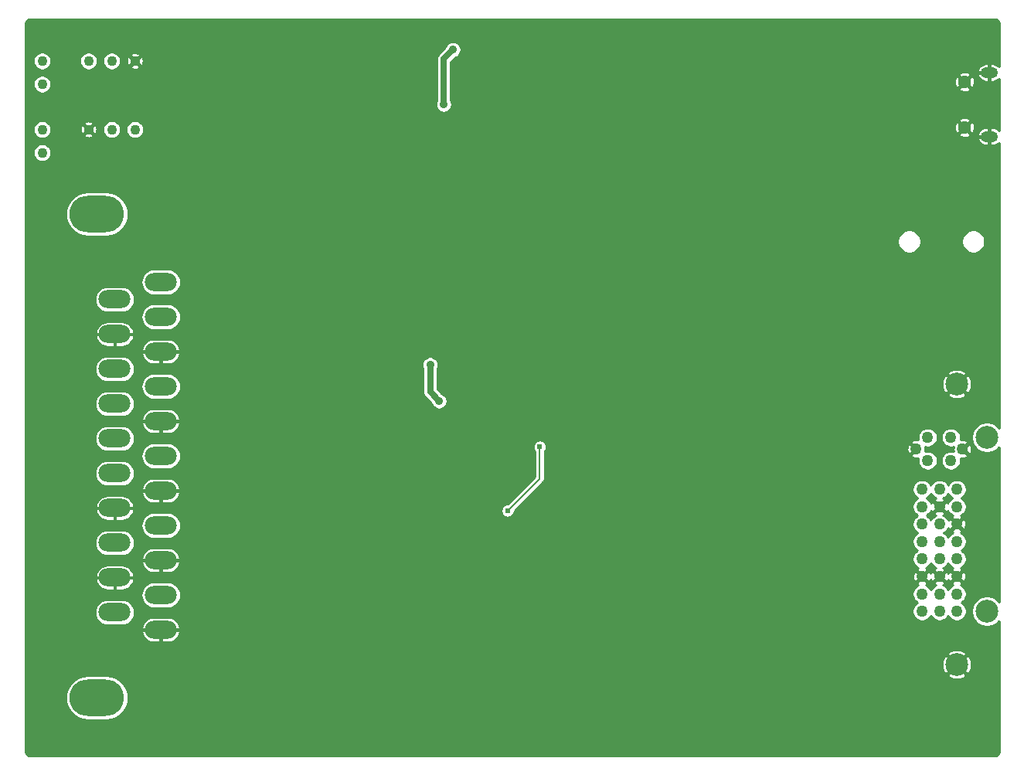
<source format=gbr>
G04 #@! TF.GenerationSoftware,KiCad,Pcbnew,(5.1.0)-1*
G04 #@! TF.CreationDate,2019-03-23T21:56:01-07:00*
G04 #@! TF.ProjectId,scart2dvi,73636172-7432-4647-9669-2e6b69636164,0.1*
G04 #@! TF.SameCoordinates,Original*
G04 #@! TF.FileFunction,Copper,L2,Bot*
G04 #@! TF.FilePolarity,Positive*
%FSLAX46Y46*%
G04 Gerber Fmt 4.6, Leading zero omitted, Abs format (unit mm)*
G04 Created by KiCad (PCBNEW (5.1.0)-1) date 2019-03-23 21:56:01*
%MOMM*%
%LPD*%
G04 APERTURE LIST*
%ADD10C,1.100000*%
%ADD11O,1.900000X1.200000*%
%ADD12C,1.450000*%
%ADD13O,3.500000X2.000000*%
%ADD14O,6.000000X4.000000*%
%ADD15C,2.500000*%
%ADD16C,1.260000*%
%ADD17C,0.609600*%
%ADD18C,0.914400*%
%ADD19C,0.700000*%
%ADD20C,0.203200*%
%ADD21C,0.254000*%
G04 APERTURE END LIST*
D10*
X102500000Y-73270000D03*
X102500000Y-70730000D03*
X112660000Y-70730000D03*
X110120000Y-70730000D03*
X107580000Y-70730000D03*
X102500000Y-65770000D03*
X102500000Y-63230000D03*
X112660000Y-63230000D03*
X110120000Y-63230000D03*
X107580000Y-63230000D03*
D11*
X206262500Y-64500000D03*
X206262500Y-71500000D03*
D12*
X203562500Y-65500000D03*
X203562500Y-70500000D03*
D13*
X115500000Y-87450000D03*
X110450000Y-89355000D03*
X115500000Y-91260000D03*
X110450000Y-93165000D03*
X115500000Y-95070000D03*
X110450000Y-96975000D03*
X115500000Y-98880000D03*
X110450000Y-100785000D03*
X115500000Y-102690000D03*
X110450000Y-104595000D03*
X115500000Y-106500000D03*
X110450000Y-108405000D03*
X115500000Y-110310000D03*
X110450000Y-112215000D03*
X115500000Y-114120000D03*
X110450000Y-116025000D03*
X115500000Y-117930000D03*
X110450000Y-119835000D03*
X115500000Y-121740000D03*
X110450000Y-123645000D03*
X115500000Y-125550000D03*
D14*
X108500000Y-80000000D03*
X108500000Y-133000000D03*
D15*
X206000000Y-123525000D03*
X206000000Y-104475000D03*
X202700000Y-129365000D03*
X202700000Y-98635000D03*
D16*
X198890000Y-123525000D03*
X198890000Y-121615000D03*
X198890000Y-119705000D03*
X198890000Y-117795000D03*
X198890000Y-115885000D03*
X198890000Y-113975000D03*
X198890000Y-112065000D03*
X198890000Y-110155000D03*
X200795000Y-123525000D03*
X200795000Y-121615000D03*
X200795000Y-119705000D03*
X200795000Y-117795000D03*
X200795000Y-115885000D03*
X200795000Y-113975000D03*
X200795000Y-112065000D03*
X200795000Y-110155000D03*
X202700000Y-123525000D03*
X202700000Y-121615000D03*
X202700000Y-119705000D03*
X202700000Y-117795000D03*
X202700000Y-115885000D03*
X202700000Y-113975000D03*
X202700000Y-112065000D03*
X202700000Y-110155000D03*
X203330000Y-105745000D03*
X202060000Y-104475000D03*
X202060000Y-107015000D03*
X198250000Y-105745000D03*
X199520000Y-107015000D03*
X199520000Y-104475000D03*
D17*
X123000000Y-111000000D03*
X123000000Y-118000000D03*
X131000000Y-118000000D03*
X131000000Y-111000000D03*
X123000000Y-125000000D03*
X131000000Y-125000000D03*
X131000000Y-103000000D03*
X123000000Y-103000000D03*
X123000000Y-95000000D03*
X131000000Y-95000000D03*
X138000000Y-95000000D03*
X138000000Y-91000000D03*
X158000000Y-108000000D03*
X163000000Y-105000000D03*
X159000000Y-99000000D03*
X155000000Y-99000000D03*
X151500000Y-103000000D03*
X142000000Y-102000000D03*
X138500000Y-105000000D03*
X168000000Y-105000000D03*
X173000000Y-107000000D03*
X173000000Y-111000000D03*
X169000000Y-114500000D03*
X161500000Y-114500000D03*
X194000000Y-103500000D03*
X196500000Y-100000000D03*
X196500000Y-107500000D03*
X205500000Y-76000000D03*
X194500000Y-75500000D03*
X198500000Y-88000000D03*
X176000000Y-74500000D03*
X177500000Y-69500000D03*
X188000000Y-65000000D03*
X152000000Y-70500000D03*
X146000000Y-75000000D03*
X160000000Y-77000000D03*
X158500000Y-79500000D03*
X125000000Y-83000000D03*
X135500000Y-66500000D03*
X158500000Y-70500000D03*
X155000000Y-72500000D03*
X200000000Y-138000000D03*
X160000000Y-138000000D03*
X180000000Y-138000000D03*
X140000000Y-138000000D03*
X120000000Y-138000000D03*
X176000000Y-84000000D03*
X183000000Y-93000000D03*
X173000000Y-101000000D03*
X194000000Y-120000000D03*
X194000000Y-125000000D03*
X152000000Y-94000000D03*
X159000000Y-90000000D03*
X162000000Y-89000000D03*
X162000000Y-94000000D03*
X162000000Y-99000000D03*
X159000000Y-94000000D03*
X139000000Y-118000000D03*
X139000000Y-112000000D03*
X144000000Y-107000000D03*
X145000000Y-115000000D03*
X151000000Y-115000000D03*
X142000000Y-75000000D03*
X141000000Y-67000000D03*
X136000000Y-86000000D03*
X137000000Y-79000000D03*
X135000000Y-74000000D03*
X130000000Y-80000000D03*
X185000000Y-71000000D03*
X177000000Y-64000000D03*
X167000000Y-64000000D03*
X156000000Y-64000000D03*
X144000000Y-64000000D03*
X140000000Y-60000000D03*
X130000000Y-60000000D03*
X120000000Y-60000000D03*
X150000000Y-60000000D03*
X160000000Y-60000000D03*
X170000000Y-60000000D03*
X180000000Y-60000000D03*
X190000000Y-60000000D03*
X170000000Y-138000000D03*
X190000000Y-138000000D03*
X150000000Y-138000000D03*
X130000000Y-138000000D03*
X110000000Y-138000000D03*
X170000000Y-77000000D03*
X178000000Y-81000000D03*
X181000000Y-86000000D03*
X178000000Y-88000000D03*
X185000000Y-90000000D03*
X192000000Y-91000000D03*
X196000000Y-94000000D03*
X190000000Y-93000000D03*
X194000000Y-97000000D03*
X173000000Y-81000000D03*
X175000000Y-78000000D03*
X161000000Y-85000000D03*
X158000000Y-86000000D03*
X153500000Y-75500000D03*
X148500000Y-75000000D03*
X148000000Y-101000000D03*
D18*
X145000000Y-96500000D03*
X146000000Y-100500000D03*
X147500000Y-62000000D03*
X146500000Y-68000000D03*
D17*
X153500000Y-112499996D03*
X157000000Y-105499994D03*
D19*
X145000000Y-99500000D02*
X146000000Y-100500000D01*
X145000000Y-96500000D02*
X145000000Y-99500000D01*
X146500000Y-63000000D02*
X147500000Y-62000000D01*
X146500000Y-68000000D02*
X146500000Y-63000000D01*
D20*
X153500000Y-112499996D02*
X157000000Y-108999996D01*
X157000000Y-108999996D02*
X157000000Y-105499994D01*
D21*
G36*
X207059955Y-58734012D02*
G01*
X207265988Y-58940045D01*
X207318200Y-59006689D01*
X207318200Y-63820051D01*
X207220872Y-63726663D01*
X207058312Y-63622835D01*
X206878619Y-63552716D01*
X206688700Y-63519000D01*
X206338700Y-63519000D01*
X206338700Y-64423800D01*
X206358700Y-64423800D01*
X206358700Y-64576200D01*
X206338700Y-64576200D01*
X206338700Y-65481000D01*
X206688700Y-65481000D01*
X206878619Y-65447284D01*
X207058312Y-65377165D01*
X207220872Y-65273337D01*
X207318200Y-65179949D01*
X207318200Y-70820051D01*
X207220872Y-70726663D01*
X207058312Y-70622835D01*
X206878619Y-70552716D01*
X206688700Y-70519000D01*
X206338700Y-70519000D01*
X206338700Y-71423800D01*
X206358700Y-71423800D01*
X206358700Y-71576200D01*
X206338700Y-71576200D01*
X206338700Y-72481000D01*
X206688700Y-72481000D01*
X206878619Y-72447284D01*
X207058312Y-72377165D01*
X207220872Y-72273337D01*
X207318200Y-72179949D01*
X207318201Y-103420666D01*
X207306340Y-103402915D01*
X207072085Y-103168660D01*
X206796631Y-102984608D01*
X206490563Y-102857830D01*
X206165643Y-102793200D01*
X205834357Y-102793200D01*
X205509437Y-102857830D01*
X205203369Y-102984608D01*
X204927915Y-103168660D01*
X204693660Y-103402915D01*
X204509608Y-103678369D01*
X204382830Y-103984437D01*
X204318200Y-104309357D01*
X204318200Y-104640643D01*
X204382830Y-104965563D01*
X204509608Y-105271631D01*
X204693660Y-105547085D01*
X204927915Y-105781340D01*
X205203369Y-105965392D01*
X205509437Y-106092170D01*
X205834357Y-106156800D01*
X206165643Y-106156800D01*
X206490563Y-106092170D01*
X206796631Y-105965392D01*
X207072085Y-105781340D01*
X207306340Y-105547085D01*
X207318201Y-105529334D01*
X207318201Y-122470666D01*
X207306340Y-122452915D01*
X207072085Y-122218660D01*
X206796631Y-122034608D01*
X206490563Y-121907830D01*
X206165643Y-121843200D01*
X205834357Y-121843200D01*
X205509437Y-121907830D01*
X205203369Y-122034608D01*
X204927915Y-122218660D01*
X204693660Y-122452915D01*
X204509608Y-122728369D01*
X204382830Y-123034437D01*
X204318200Y-123359357D01*
X204318200Y-123690643D01*
X204382830Y-124015563D01*
X204509608Y-124321631D01*
X204693660Y-124597085D01*
X204927915Y-124831340D01*
X205203369Y-125015392D01*
X205509437Y-125142170D01*
X205834357Y-125206800D01*
X206165643Y-125206800D01*
X206490563Y-125142170D01*
X206796631Y-125015392D01*
X207072085Y-124831340D01*
X207306340Y-124597085D01*
X207318201Y-124579334D01*
X207318201Y-138993310D01*
X207265988Y-139059955D01*
X207059955Y-139265988D01*
X206993311Y-139318200D01*
X101006689Y-139318200D01*
X100940045Y-139265988D01*
X100734012Y-139059955D01*
X100681800Y-138993311D01*
X100681800Y-133000000D01*
X105056434Y-133000000D01*
X105103386Y-133476716D01*
X105242439Y-133935112D01*
X105468249Y-134357573D01*
X105772138Y-134727862D01*
X106142427Y-135031751D01*
X106564888Y-135257561D01*
X107023284Y-135396614D01*
X107380537Y-135431800D01*
X109619463Y-135431800D01*
X109976716Y-135396614D01*
X110435112Y-135257561D01*
X110857573Y-135031751D01*
X111227862Y-134727862D01*
X111531751Y-134357573D01*
X111757561Y-133935112D01*
X111896614Y-133476716D01*
X111943566Y-133000000D01*
X111896614Y-132523284D01*
X111757561Y-132064888D01*
X111531751Y-131642427D01*
X111227862Y-131272138D01*
X110857573Y-130968249D01*
X110435112Y-130742439D01*
X109976716Y-130603386D01*
X109619463Y-130568200D01*
X107380537Y-130568200D01*
X107023284Y-130603386D01*
X106564888Y-130742439D01*
X106142427Y-130968249D01*
X105772138Y-131272138D01*
X105468249Y-131642427D01*
X105242439Y-132064888D01*
X105103386Y-132523284D01*
X105056434Y-133000000D01*
X100681800Y-133000000D01*
X100681800Y-130509070D01*
X201663693Y-130509070D01*
X201799372Y-130734247D01*
X202083804Y-130883641D01*
X202391916Y-130974675D01*
X202711868Y-131003850D01*
X203031364Y-130970045D01*
X203338126Y-130874558D01*
X203600628Y-130734247D01*
X203736307Y-130509070D01*
X202700000Y-129472763D01*
X201663693Y-130509070D01*
X100681800Y-130509070D01*
X100681800Y-129376868D01*
X201061150Y-129376868D01*
X201094955Y-129696364D01*
X201190442Y-130003126D01*
X201330753Y-130265628D01*
X201555930Y-130401307D01*
X202592237Y-129365000D01*
X202807763Y-129365000D01*
X203844070Y-130401307D01*
X204069247Y-130265628D01*
X204218641Y-129981196D01*
X204309675Y-129673084D01*
X204338850Y-129353132D01*
X204305045Y-129033636D01*
X204209558Y-128726874D01*
X204069247Y-128464372D01*
X203844070Y-128328693D01*
X202807763Y-129365000D01*
X202592237Y-129365000D01*
X201555930Y-128328693D01*
X201330753Y-128464372D01*
X201181359Y-128748804D01*
X201090325Y-129056916D01*
X201061150Y-129376868D01*
X100681800Y-129376868D01*
X100681800Y-128220930D01*
X201663693Y-128220930D01*
X202700000Y-129257237D01*
X203736307Y-128220930D01*
X203600628Y-127995753D01*
X203316196Y-127846359D01*
X203008084Y-127755325D01*
X202688132Y-127726150D01*
X202368636Y-127759955D01*
X202061874Y-127855442D01*
X201799372Y-127995753D01*
X201663693Y-128220930D01*
X100681800Y-128220930D01*
X100681800Y-125840969D01*
X113400001Y-125840969D01*
X113444962Y-126008087D01*
X113559406Y-126253885D01*
X113719604Y-126472633D01*
X113919399Y-126655925D01*
X114151114Y-126796717D01*
X114405844Y-126889599D01*
X114673800Y-126931000D01*
X115423800Y-126931000D01*
X115423800Y-125626200D01*
X115576200Y-125626200D01*
X115576200Y-126931000D01*
X116326200Y-126931000D01*
X116594156Y-126889599D01*
X116848886Y-126796717D01*
X117080601Y-126655925D01*
X117280396Y-126472633D01*
X117440594Y-126253885D01*
X117555038Y-126008087D01*
X117599999Y-125840969D01*
X117533490Y-125626200D01*
X115576200Y-125626200D01*
X115423800Y-125626200D01*
X113466510Y-125626200D01*
X113400001Y-125840969D01*
X100681800Y-125840969D01*
X100681800Y-125259031D01*
X113400001Y-125259031D01*
X113466510Y-125473800D01*
X115423800Y-125473800D01*
X115423800Y-125453800D01*
X115576200Y-125453800D01*
X115576200Y-125473800D01*
X117533490Y-125473800D01*
X117599999Y-125259031D01*
X117555038Y-125091913D01*
X117440594Y-124846115D01*
X117280396Y-124627367D01*
X117080601Y-124444075D01*
X116848886Y-124303283D01*
X116594156Y-124210401D01*
X116326200Y-124169000D01*
X114673800Y-124169000D01*
X114405844Y-124210401D01*
X114151114Y-124303283D01*
X113919399Y-124444075D01*
X113719604Y-124627367D01*
X113559406Y-124846115D01*
X113444962Y-125091913D01*
X113400001Y-125259031D01*
X100681800Y-125259031D01*
X100681800Y-123645000D01*
X108261273Y-123645000D01*
X108288918Y-123925682D01*
X108370790Y-124195577D01*
X108503742Y-124444314D01*
X108682666Y-124662334D01*
X108900686Y-124841258D01*
X109149423Y-124974210D01*
X109419318Y-125056082D01*
X109629670Y-125076800D01*
X111270330Y-125076800D01*
X111480682Y-125056082D01*
X111750577Y-124974210D01*
X111999314Y-124841258D01*
X112217334Y-124662334D01*
X112396258Y-124444314D01*
X112529210Y-124195577D01*
X112611082Y-123925682D01*
X112638727Y-123645000D01*
X112611082Y-123364318D01*
X112529210Y-123094423D01*
X112396258Y-122845686D01*
X112217334Y-122627666D01*
X111999314Y-122448742D01*
X111750577Y-122315790D01*
X111480682Y-122233918D01*
X111270330Y-122213200D01*
X109629670Y-122213200D01*
X109419318Y-122233918D01*
X109149423Y-122315790D01*
X108900686Y-122448742D01*
X108682666Y-122627666D01*
X108503742Y-122845686D01*
X108370790Y-123094423D01*
X108288918Y-123364318D01*
X108261273Y-123645000D01*
X100681800Y-123645000D01*
X100681800Y-121740000D01*
X113311273Y-121740000D01*
X113338918Y-122020682D01*
X113420790Y-122290577D01*
X113553742Y-122539314D01*
X113732666Y-122757334D01*
X113950686Y-122936258D01*
X114199423Y-123069210D01*
X114469318Y-123151082D01*
X114679670Y-123171800D01*
X116320330Y-123171800D01*
X116530682Y-123151082D01*
X116800577Y-123069210D01*
X117049314Y-122936258D01*
X117267334Y-122757334D01*
X117446258Y-122539314D01*
X117579210Y-122290577D01*
X117661082Y-122020682D01*
X117688727Y-121740000D01*
X117666116Y-121510422D01*
X197828200Y-121510422D01*
X197828200Y-121719578D01*
X197869004Y-121924716D01*
X197949045Y-122117951D01*
X198065246Y-122291858D01*
X198213142Y-122439754D01*
X198387049Y-122555955D01*
X198420956Y-122570000D01*
X198387049Y-122584045D01*
X198213142Y-122700246D01*
X198065246Y-122848142D01*
X197949045Y-123022049D01*
X197869004Y-123215284D01*
X197828200Y-123420422D01*
X197828200Y-123629578D01*
X197869004Y-123834716D01*
X197949045Y-124027951D01*
X198065246Y-124201858D01*
X198213142Y-124349754D01*
X198387049Y-124465955D01*
X198580284Y-124545996D01*
X198785422Y-124586800D01*
X198994578Y-124586800D01*
X199199716Y-124545996D01*
X199392951Y-124465955D01*
X199566858Y-124349754D01*
X199714754Y-124201858D01*
X199830955Y-124027951D01*
X199842500Y-124000079D01*
X199854045Y-124027951D01*
X199970246Y-124201858D01*
X200118142Y-124349754D01*
X200292049Y-124465955D01*
X200485284Y-124545996D01*
X200690422Y-124586800D01*
X200899578Y-124586800D01*
X201104716Y-124545996D01*
X201297951Y-124465955D01*
X201471858Y-124349754D01*
X201619754Y-124201858D01*
X201735955Y-124027951D01*
X201747500Y-124000079D01*
X201759045Y-124027951D01*
X201875246Y-124201858D01*
X202023142Y-124349754D01*
X202197049Y-124465955D01*
X202390284Y-124545996D01*
X202595422Y-124586800D01*
X202804578Y-124586800D01*
X203009716Y-124545996D01*
X203202951Y-124465955D01*
X203376858Y-124349754D01*
X203524754Y-124201858D01*
X203640955Y-124027951D01*
X203720996Y-123834716D01*
X203761800Y-123629578D01*
X203761800Y-123420422D01*
X203720996Y-123215284D01*
X203640955Y-123022049D01*
X203524754Y-122848142D01*
X203376858Y-122700246D01*
X203202951Y-122584045D01*
X203169044Y-122570000D01*
X203202951Y-122555955D01*
X203376858Y-122439754D01*
X203524754Y-122291858D01*
X203640955Y-122117951D01*
X203720996Y-121924716D01*
X203761800Y-121719578D01*
X203761800Y-121510422D01*
X203720996Y-121305284D01*
X203640955Y-121112049D01*
X203524754Y-120938142D01*
X203376858Y-120790246D01*
X203202951Y-120674045D01*
X203106902Y-120634260D01*
X203122118Y-120629042D01*
X203233797Y-120569348D01*
X203294877Y-120407640D01*
X202700000Y-119812763D01*
X202105123Y-120407640D01*
X202166203Y-120569348D01*
X202296219Y-120632967D01*
X202197049Y-120674045D01*
X202023142Y-120790246D01*
X201875246Y-120938142D01*
X201759045Y-121112049D01*
X201747500Y-121139921D01*
X201735955Y-121112049D01*
X201619754Y-120938142D01*
X201471858Y-120790246D01*
X201297951Y-120674045D01*
X201201902Y-120634260D01*
X201217118Y-120629042D01*
X201328797Y-120569348D01*
X201389877Y-120407640D01*
X200795000Y-119812763D01*
X200200123Y-120407640D01*
X200261203Y-120569348D01*
X200391219Y-120632967D01*
X200292049Y-120674045D01*
X200118142Y-120790246D01*
X199970246Y-120938142D01*
X199854045Y-121112049D01*
X199842500Y-121139921D01*
X199830955Y-121112049D01*
X199714754Y-120938142D01*
X199566858Y-120790246D01*
X199392951Y-120674045D01*
X199296902Y-120634260D01*
X199312118Y-120629042D01*
X199423797Y-120569348D01*
X199484877Y-120407640D01*
X198890000Y-119812763D01*
X198295123Y-120407640D01*
X198356203Y-120569348D01*
X198486219Y-120632967D01*
X198387049Y-120674045D01*
X198213142Y-120790246D01*
X198065246Y-120938142D01*
X197949045Y-121112049D01*
X197869004Y-121305284D01*
X197828200Y-121510422D01*
X117666116Y-121510422D01*
X117661082Y-121459318D01*
X117579210Y-121189423D01*
X117446258Y-120940686D01*
X117267334Y-120722666D01*
X117049314Y-120543742D01*
X116800577Y-120410790D01*
X116530682Y-120328918D01*
X116320330Y-120308200D01*
X114679670Y-120308200D01*
X114469318Y-120328918D01*
X114199423Y-120410790D01*
X113950686Y-120543742D01*
X113732666Y-120722666D01*
X113553742Y-120940686D01*
X113420790Y-121189423D01*
X113338918Y-121459318D01*
X113311273Y-121740000D01*
X100681800Y-121740000D01*
X100681800Y-120125969D01*
X108350001Y-120125969D01*
X108394962Y-120293087D01*
X108509406Y-120538885D01*
X108669604Y-120757633D01*
X108869399Y-120940925D01*
X109101114Y-121081717D01*
X109355844Y-121174599D01*
X109623800Y-121216000D01*
X110373800Y-121216000D01*
X110373800Y-119911200D01*
X110526200Y-119911200D01*
X110526200Y-121216000D01*
X111276200Y-121216000D01*
X111544156Y-121174599D01*
X111798886Y-121081717D01*
X112030601Y-120940925D01*
X112230396Y-120757633D01*
X112390594Y-120538885D01*
X112505038Y-120293087D01*
X112549999Y-120125969D01*
X112483490Y-119911200D01*
X110526200Y-119911200D01*
X110373800Y-119911200D01*
X108416510Y-119911200D01*
X108350001Y-120125969D01*
X100681800Y-120125969D01*
X100681800Y-119544031D01*
X108350001Y-119544031D01*
X108416510Y-119758800D01*
X110373800Y-119758800D01*
X110373800Y-119738800D01*
X110526200Y-119738800D01*
X110526200Y-119758800D01*
X112483490Y-119758800D01*
X112488887Y-119741371D01*
X197874759Y-119741371D01*
X197901361Y-119938736D01*
X197965958Y-120127118D01*
X198025652Y-120238797D01*
X198187360Y-120299877D01*
X198782237Y-119705000D01*
X198997763Y-119705000D01*
X199592640Y-120299877D01*
X199754348Y-120238797D01*
X199841879Y-120059914D01*
X199844508Y-120049982D01*
X199870958Y-120127118D01*
X199930652Y-120238797D01*
X200092360Y-120299877D01*
X200687237Y-119705000D01*
X200902763Y-119705000D01*
X201497640Y-120299877D01*
X201659348Y-120238797D01*
X201746879Y-120059914D01*
X201749508Y-120049982D01*
X201775958Y-120127118D01*
X201835652Y-120238797D01*
X201997360Y-120299877D01*
X202592237Y-119705000D01*
X202807763Y-119705000D01*
X203402640Y-120299877D01*
X203564348Y-120238797D01*
X203651879Y-120059914D01*
X203702829Y-119867392D01*
X203715241Y-119668629D01*
X203688639Y-119471264D01*
X203624042Y-119282882D01*
X203564348Y-119171203D01*
X203402640Y-119110123D01*
X202807763Y-119705000D01*
X202592237Y-119705000D01*
X201997360Y-119110123D01*
X201835652Y-119171203D01*
X201748121Y-119350086D01*
X201745492Y-119360018D01*
X201719042Y-119282882D01*
X201659348Y-119171203D01*
X201497640Y-119110123D01*
X200902763Y-119705000D01*
X200687237Y-119705000D01*
X200092360Y-119110123D01*
X199930652Y-119171203D01*
X199843121Y-119350086D01*
X199840492Y-119360018D01*
X199814042Y-119282882D01*
X199754348Y-119171203D01*
X199592640Y-119110123D01*
X198997763Y-119705000D01*
X198782237Y-119705000D01*
X198187360Y-119110123D01*
X198025652Y-119171203D01*
X197938121Y-119350086D01*
X197887171Y-119542608D01*
X197874759Y-119741371D01*
X112488887Y-119741371D01*
X112549999Y-119544031D01*
X112505038Y-119376913D01*
X112390594Y-119131115D01*
X112230396Y-118912367D01*
X112030601Y-118729075D01*
X111798886Y-118588283D01*
X111544156Y-118495401D01*
X111276200Y-118454000D01*
X109623800Y-118454000D01*
X109355844Y-118495401D01*
X109101114Y-118588283D01*
X108869399Y-118729075D01*
X108669604Y-118912367D01*
X108509406Y-119131115D01*
X108394962Y-119376913D01*
X108350001Y-119544031D01*
X100681800Y-119544031D01*
X100681800Y-118220969D01*
X113400001Y-118220969D01*
X113444962Y-118388087D01*
X113559406Y-118633885D01*
X113719604Y-118852633D01*
X113919399Y-119035925D01*
X114151114Y-119176717D01*
X114405844Y-119269599D01*
X114673800Y-119311000D01*
X115423800Y-119311000D01*
X115423800Y-118006200D01*
X115576200Y-118006200D01*
X115576200Y-119311000D01*
X116326200Y-119311000D01*
X116594156Y-119269599D01*
X116848886Y-119176717D01*
X117080601Y-119035925D01*
X117280396Y-118852633D01*
X117440594Y-118633885D01*
X117555038Y-118388087D01*
X117599999Y-118220969D01*
X117533490Y-118006200D01*
X115576200Y-118006200D01*
X115423800Y-118006200D01*
X113466510Y-118006200D01*
X113400001Y-118220969D01*
X100681800Y-118220969D01*
X100681800Y-117639031D01*
X113400001Y-117639031D01*
X113466510Y-117853800D01*
X115423800Y-117853800D01*
X115423800Y-117833800D01*
X115576200Y-117833800D01*
X115576200Y-117853800D01*
X117533490Y-117853800D01*
X117599999Y-117639031D01*
X117555038Y-117471913D01*
X117440594Y-117226115D01*
X117280396Y-117007367D01*
X117080601Y-116824075D01*
X116848886Y-116683283D01*
X116594156Y-116590401D01*
X116326200Y-116549000D01*
X114673800Y-116549000D01*
X114405844Y-116590401D01*
X114151114Y-116683283D01*
X113919399Y-116824075D01*
X113719604Y-117007367D01*
X113559406Y-117226115D01*
X113444962Y-117471913D01*
X113400001Y-117639031D01*
X100681800Y-117639031D01*
X100681800Y-116025000D01*
X108261273Y-116025000D01*
X108288918Y-116305682D01*
X108370790Y-116575577D01*
X108503742Y-116824314D01*
X108682666Y-117042334D01*
X108900686Y-117221258D01*
X109149423Y-117354210D01*
X109419318Y-117436082D01*
X109629670Y-117456800D01*
X111270330Y-117456800D01*
X111480682Y-117436082D01*
X111750577Y-117354210D01*
X111999314Y-117221258D01*
X112217334Y-117042334D01*
X112396258Y-116824314D01*
X112529210Y-116575577D01*
X112611082Y-116305682D01*
X112638727Y-116025000D01*
X112611082Y-115744318D01*
X112529210Y-115474423D01*
X112396258Y-115225686D01*
X112217334Y-115007666D01*
X111999314Y-114828742D01*
X111750577Y-114695790D01*
X111480682Y-114613918D01*
X111270330Y-114593200D01*
X109629670Y-114593200D01*
X109419318Y-114613918D01*
X109149423Y-114695790D01*
X108900686Y-114828742D01*
X108682666Y-115007666D01*
X108503742Y-115225686D01*
X108370790Y-115474423D01*
X108288918Y-115744318D01*
X108261273Y-116025000D01*
X100681800Y-116025000D01*
X100681800Y-114120000D01*
X113311273Y-114120000D01*
X113338918Y-114400682D01*
X113420790Y-114670577D01*
X113553742Y-114919314D01*
X113732666Y-115137334D01*
X113950686Y-115316258D01*
X114199423Y-115449210D01*
X114469318Y-115531082D01*
X114679670Y-115551800D01*
X116320330Y-115551800D01*
X116530682Y-115531082D01*
X116800577Y-115449210D01*
X117049314Y-115316258D01*
X117267334Y-115137334D01*
X117446258Y-114919314D01*
X117579210Y-114670577D01*
X117661082Y-114400682D01*
X117688727Y-114120000D01*
X117661082Y-113839318D01*
X117579210Y-113569423D01*
X117446258Y-113320686D01*
X117267334Y-113102666D01*
X117049314Y-112923742D01*
X116800577Y-112790790D01*
X116530682Y-112708918D01*
X116320330Y-112688200D01*
X114679670Y-112688200D01*
X114469318Y-112708918D01*
X114199423Y-112790790D01*
X113950686Y-112923742D01*
X113732666Y-113102666D01*
X113553742Y-113320686D01*
X113420790Y-113569423D01*
X113338918Y-113839318D01*
X113311273Y-114120000D01*
X100681800Y-114120000D01*
X100681800Y-112505969D01*
X108350001Y-112505969D01*
X108394962Y-112673087D01*
X108509406Y-112918885D01*
X108669604Y-113137633D01*
X108869399Y-113320925D01*
X109101114Y-113461717D01*
X109355844Y-113554599D01*
X109623800Y-113596000D01*
X110373800Y-113596000D01*
X110373800Y-112291200D01*
X110526200Y-112291200D01*
X110526200Y-113596000D01*
X111276200Y-113596000D01*
X111544156Y-113554599D01*
X111798886Y-113461717D01*
X112030601Y-113320925D01*
X112230396Y-113137633D01*
X112390594Y-112918885D01*
X112505038Y-112673087D01*
X112549999Y-112505969D01*
X112525683Y-112427447D01*
X152763400Y-112427447D01*
X152763400Y-112572545D01*
X152791707Y-112714854D01*
X152847234Y-112848907D01*
X152927845Y-112969551D01*
X153030445Y-113072151D01*
X153151089Y-113152762D01*
X153285142Y-113208289D01*
X153427451Y-113236596D01*
X153572549Y-113236596D01*
X153714858Y-113208289D01*
X153848911Y-113152762D01*
X153969555Y-113072151D01*
X154072155Y-112969551D01*
X154152766Y-112848907D01*
X154208293Y-112714854D01*
X154236600Y-112572545D01*
X154236600Y-112517737D01*
X156703915Y-110050422D01*
X197828200Y-110050422D01*
X197828200Y-110259578D01*
X197869004Y-110464716D01*
X197949045Y-110657951D01*
X198065246Y-110831858D01*
X198213142Y-110979754D01*
X198387049Y-111095955D01*
X198420956Y-111110000D01*
X198387049Y-111124045D01*
X198213142Y-111240246D01*
X198065246Y-111388142D01*
X197949045Y-111562049D01*
X197869004Y-111755284D01*
X197828200Y-111960422D01*
X197828200Y-112169578D01*
X197869004Y-112374716D01*
X197949045Y-112567951D01*
X198065246Y-112741858D01*
X198213142Y-112889754D01*
X198387049Y-113005955D01*
X198420956Y-113020000D01*
X198387049Y-113034045D01*
X198213142Y-113150246D01*
X198065246Y-113298142D01*
X197949045Y-113472049D01*
X197869004Y-113665284D01*
X197828200Y-113870422D01*
X197828200Y-114079578D01*
X197869004Y-114284716D01*
X197949045Y-114477951D01*
X198065246Y-114651858D01*
X198213142Y-114799754D01*
X198387049Y-114915955D01*
X198420956Y-114930000D01*
X198387049Y-114944045D01*
X198213142Y-115060246D01*
X198065246Y-115208142D01*
X197949045Y-115382049D01*
X197869004Y-115575284D01*
X197828200Y-115780422D01*
X197828200Y-115989578D01*
X197869004Y-116194716D01*
X197949045Y-116387951D01*
X198065246Y-116561858D01*
X198213142Y-116709754D01*
X198387049Y-116825955D01*
X198420956Y-116840000D01*
X198387049Y-116854045D01*
X198213142Y-116970246D01*
X198065246Y-117118142D01*
X197949045Y-117292049D01*
X197869004Y-117485284D01*
X197828200Y-117690422D01*
X197828200Y-117899578D01*
X197869004Y-118104716D01*
X197949045Y-118297951D01*
X198065246Y-118471858D01*
X198213142Y-118619754D01*
X198387049Y-118735955D01*
X198483098Y-118775740D01*
X198467882Y-118780958D01*
X198356203Y-118840652D01*
X198295123Y-119002360D01*
X198890000Y-119597237D01*
X199484877Y-119002360D01*
X199423797Y-118840652D01*
X199293781Y-118777033D01*
X199392951Y-118735955D01*
X199566858Y-118619754D01*
X199714754Y-118471858D01*
X199830955Y-118297951D01*
X199842500Y-118270079D01*
X199854045Y-118297951D01*
X199970246Y-118471858D01*
X200118142Y-118619754D01*
X200292049Y-118735955D01*
X200388098Y-118775740D01*
X200372882Y-118780958D01*
X200261203Y-118840652D01*
X200200123Y-119002360D01*
X200795000Y-119597237D01*
X201389877Y-119002360D01*
X201328797Y-118840652D01*
X201198781Y-118777033D01*
X201297951Y-118735955D01*
X201471858Y-118619754D01*
X201619754Y-118471858D01*
X201735955Y-118297951D01*
X201747500Y-118270079D01*
X201759045Y-118297951D01*
X201875246Y-118471858D01*
X202023142Y-118619754D01*
X202197049Y-118735955D01*
X202293098Y-118775740D01*
X202277882Y-118780958D01*
X202166203Y-118840652D01*
X202105123Y-119002360D01*
X202700000Y-119597237D01*
X203294877Y-119002360D01*
X203233797Y-118840652D01*
X203103781Y-118777033D01*
X203202951Y-118735955D01*
X203376858Y-118619754D01*
X203524754Y-118471858D01*
X203640955Y-118297951D01*
X203720996Y-118104716D01*
X203761800Y-117899578D01*
X203761800Y-117690422D01*
X203720996Y-117485284D01*
X203640955Y-117292049D01*
X203524754Y-117118142D01*
X203376858Y-116970246D01*
X203202951Y-116854045D01*
X203169044Y-116840000D01*
X203202951Y-116825955D01*
X203376858Y-116709754D01*
X203524754Y-116561858D01*
X203640955Y-116387951D01*
X203720996Y-116194716D01*
X203761800Y-115989578D01*
X203761800Y-115780422D01*
X203720996Y-115575284D01*
X203640955Y-115382049D01*
X203524754Y-115208142D01*
X203376858Y-115060246D01*
X203202951Y-114944045D01*
X203106902Y-114904260D01*
X203122118Y-114899042D01*
X203233797Y-114839348D01*
X203294877Y-114677640D01*
X202700000Y-114082763D01*
X202105123Y-114677640D01*
X202166203Y-114839348D01*
X202296219Y-114902967D01*
X202197049Y-114944045D01*
X202023142Y-115060246D01*
X201875246Y-115208142D01*
X201759045Y-115382049D01*
X201747500Y-115409921D01*
X201735955Y-115382049D01*
X201619754Y-115208142D01*
X201471858Y-115060246D01*
X201297951Y-114944045D01*
X201264044Y-114930000D01*
X201297951Y-114915955D01*
X201471858Y-114799754D01*
X201619754Y-114651858D01*
X201735955Y-114477951D01*
X201773005Y-114388506D01*
X201775958Y-114397118D01*
X201835652Y-114508797D01*
X201997360Y-114569877D01*
X202592237Y-113975000D01*
X202807763Y-113975000D01*
X203402640Y-114569877D01*
X203564348Y-114508797D01*
X203651879Y-114329914D01*
X203702829Y-114137392D01*
X203715241Y-113938629D01*
X203688639Y-113741264D01*
X203624042Y-113552882D01*
X203564348Y-113441203D01*
X203402640Y-113380123D01*
X202807763Y-113975000D01*
X202592237Y-113975000D01*
X201997360Y-113380123D01*
X201835652Y-113441203D01*
X201774741Y-113565685D01*
X201735955Y-113472049D01*
X201619754Y-113298142D01*
X201471858Y-113150246D01*
X201297951Y-113034045D01*
X201201902Y-112994260D01*
X201217118Y-112989042D01*
X201328797Y-112929348D01*
X201389877Y-112767640D01*
X200795000Y-112172763D01*
X200200123Y-112767640D01*
X200261203Y-112929348D01*
X200391219Y-112992967D01*
X200292049Y-113034045D01*
X200118142Y-113150246D01*
X199970246Y-113298142D01*
X199854045Y-113472049D01*
X199842500Y-113499921D01*
X199830955Y-113472049D01*
X199714754Y-113298142D01*
X199566858Y-113150246D01*
X199392951Y-113034045D01*
X199359044Y-113020000D01*
X199392951Y-113005955D01*
X199566858Y-112889754D01*
X199714754Y-112741858D01*
X199830955Y-112567951D01*
X199868005Y-112478506D01*
X199870958Y-112487118D01*
X199930652Y-112598797D01*
X200092360Y-112659877D01*
X200687237Y-112065000D01*
X200092360Y-111470123D01*
X199930652Y-111531203D01*
X199869741Y-111655685D01*
X199830955Y-111562049D01*
X199714754Y-111388142D01*
X199566858Y-111240246D01*
X199392951Y-111124045D01*
X199359044Y-111110000D01*
X199392951Y-111095955D01*
X199566858Y-110979754D01*
X199714754Y-110831858D01*
X199830955Y-110657951D01*
X199842500Y-110630079D01*
X199854045Y-110657951D01*
X199970246Y-110831858D01*
X200118142Y-110979754D01*
X200292049Y-111095955D01*
X200388098Y-111135740D01*
X200372882Y-111140958D01*
X200261203Y-111200652D01*
X200200123Y-111362360D01*
X200795000Y-111957237D01*
X201389877Y-111362360D01*
X201328797Y-111200652D01*
X201198781Y-111137033D01*
X201297951Y-111095955D01*
X201471858Y-110979754D01*
X201619754Y-110831858D01*
X201735955Y-110657951D01*
X201747500Y-110630079D01*
X201759045Y-110657951D01*
X201875246Y-110831858D01*
X202023142Y-110979754D01*
X202197049Y-111095955D01*
X202230956Y-111110000D01*
X202197049Y-111124045D01*
X202023142Y-111240246D01*
X201875246Y-111388142D01*
X201759045Y-111562049D01*
X201721995Y-111651494D01*
X201719042Y-111642882D01*
X201659348Y-111531203D01*
X201497640Y-111470123D01*
X200902763Y-112065000D01*
X201497640Y-112659877D01*
X201659348Y-112598797D01*
X201720259Y-112474315D01*
X201759045Y-112567951D01*
X201875246Y-112741858D01*
X202023142Y-112889754D01*
X202197049Y-113005955D01*
X202293098Y-113045740D01*
X202277882Y-113050958D01*
X202166203Y-113110652D01*
X202105123Y-113272360D01*
X202700000Y-113867237D01*
X203294877Y-113272360D01*
X203233797Y-113110652D01*
X203103781Y-113047033D01*
X203202951Y-113005955D01*
X203376858Y-112889754D01*
X203524754Y-112741858D01*
X203640955Y-112567951D01*
X203720996Y-112374716D01*
X203761800Y-112169578D01*
X203761800Y-111960422D01*
X203720996Y-111755284D01*
X203640955Y-111562049D01*
X203524754Y-111388142D01*
X203376858Y-111240246D01*
X203202951Y-111124045D01*
X203169044Y-111110000D01*
X203202951Y-111095955D01*
X203376858Y-110979754D01*
X203524754Y-110831858D01*
X203640955Y-110657951D01*
X203720996Y-110464716D01*
X203761800Y-110259578D01*
X203761800Y-110050422D01*
X203720996Y-109845284D01*
X203640955Y-109652049D01*
X203524754Y-109478142D01*
X203376858Y-109330246D01*
X203202951Y-109214045D01*
X203009716Y-109134004D01*
X202804578Y-109093200D01*
X202595422Y-109093200D01*
X202390284Y-109134004D01*
X202197049Y-109214045D01*
X202023142Y-109330246D01*
X201875246Y-109478142D01*
X201759045Y-109652049D01*
X201747500Y-109679921D01*
X201735955Y-109652049D01*
X201619754Y-109478142D01*
X201471858Y-109330246D01*
X201297951Y-109214045D01*
X201104716Y-109134004D01*
X200899578Y-109093200D01*
X200690422Y-109093200D01*
X200485284Y-109134004D01*
X200292049Y-109214045D01*
X200118142Y-109330246D01*
X199970246Y-109478142D01*
X199854045Y-109652049D01*
X199842500Y-109679921D01*
X199830955Y-109652049D01*
X199714754Y-109478142D01*
X199566858Y-109330246D01*
X199392951Y-109214045D01*
X199199716Y-109134004D01*
X198994578Y-109093200D01*
X198785422Y-109093200D01*
X198580284Y-109134004D01*
X198387049Y-109214045D01*
X198213142Y-109330246D01*
X198065246Y-109478142D01*
X197949045Y-109652049D01*
X197869004Y-109845284D01*
X197828200Y-110050422D01*
X156703915Y-110050422D01*
X157358651Y-109395687D01*
X157378995Y-109378991D01*
X157445651Y-109297771D01*
X157495181Y-109205107D01*
X157525681Y-109104561D01*
X157533400Y-109026191D01*
X157533400Y-109026184D01*
X157535979Y-108999997D01*
X157533400Y-108973810D01*
X157533400Y-106008304D01*
X157572155Y-105969549D01*
X157652766Y-105848905D01*
X157680739Y-105781371D01*
X197234759Y-105781371D01*
X197261361Y-105978736D01*
X197325958Y-106167118D01*
X197385652Y-106278797D01*
X197547360Y-106339877D01*
X198142237Y-105745000D01*
X197547360Y-105150123D01*
X197385652Y-105211203D01*
X197298121Y-105390086D01*
X197247171Y-105582608D01*
X197234759Y-105781371D01*
X157680739Y-105781371D01*
X157708293Y-105714852D01*
X157736600Y-105572543D01*
X157736600Y-105427445D01*
X157708293Y-105285136D01*
X157652766Y-105151083D01*
X157580121Y-105042360D01*
X197655123Y-105042360D01*
X198250000Y-105637237D01*
X198264143Y-105623095D01*
X198371906Y-105730858D01*
X198357763Y-105745000D01*
X198371906Y-105759143D01*
X198264143Y-105866906D01*
X198250000Y-105852763D01*
X197655123Y-106447640D01*
X197716203Y-106609348D01*
X197895086Y-106696879D01*
X198087608Y-106747829D01*
X198286371Y-106760241D01*
X198483736Y-106733639D01*
X198494069Y-106730096D01*
X198458200Y-106910422D01*
X198458200Y-107119578D01*
X198499004Y-107324716D01*
X198579045Y-107517951D01*
X198695246Y-107691858D01*
X198843142Y-107839754D01*
X199017049Y-107955955D01*
X199210284Y-108035996D01*
X199415422Y-108076800D01*
X199624578Y-108076800D01*
X199829716Y-108035996D01*
X200022951Y-107955955D01*
X200196858Y-107839754D01*
X200344754Y-107691858D01*
X200460955Y-107517951D01*
X200540996Y-107324716D01*
X200581800Y-107119578D01*
X200581800Y-106910422D01*
X200540996Y-106705284D01*
X200460955Y-106512049D01*
X200344754Y-106338142D01*
X200196858Y-106190246D01*
X200022951Y-106074045D01*
X199829716Y-105994004D01*
X199624578Y-105953200D01*
X199415422Y-105953200D01*
X199230998Y-105989884D01*
X199252829Y-105907392D01*
X199265241Y-105708629D01*
X199238639Y-105511264D01*
X199235096Y-105500931D01*
X199415422Y-105536800D01*
X199624578Y-105536800D01*
X199829716Y-105495996D01*
X200022951Y-105415955D01*
X200196858Y-105299754D01*
X200344754Y-105151858D01*
X200460955Y-104977951D01*
X200540996Y-104784716D01*
X200581800Y-104579578D01*
X200581800Y-104370422D01*
X200998200Y-104370422D01*
X200998200Y-104579578D01*
X201039004Y-104784716D01*
X201119045Y-104977951D01*
X201235246Y-105151858D01*
X201383142Y-105299754D01*
X201557049Y-105415955D01*
X201750284Y-105495996D01*
X201955422Y-105536800D01*
X202164578Y-105536800D01*
X202349002Y-105500116D01*
X202327171Y-105582608D01*
X202314759Y-105781371D01*
X202341361Y-105978736D01*
X202344904Y-105989069D01*
X202164578Y-105953200D01*
X201955422Y-105953200D01*
X201750284Y-105994004D01*
X201557049Y-106074045D01*
X201383142Y-106190246D01*
X201235246Y-106338142D01*
X201119045Y-106512049D01*
X201039004Y-106705284D01*
X200998200Y-106910422D01*
X200998200Y-107119578D01*
X201039004Y-107324716D01*
X201119045Y-107517951D01*
X201235246Y-107691858D01*
X201383142Y-107839754D01*
X201557049Y-107955955D01*
X201750284Y-108035996D01*
X201955422Y-108076800D01*
X202164578Y-108076800D01*
X202369716Y-108035996D01*
X202562951Y-107955955D01*
X202736858Y-107839754D01*
X202884754Y-107691858D01*
X203000955Y-107517951D01*
X203080996Y-107324716D01*
X203121800Y-107119578D01*
X203121800Y-106910422D01*
X203085116Y-106725998D01*
X203167608Y-106747829D01*
X203366371Y-106760241D01*
X203563736Y-106733639D01*
X203752118Y-106669042D01*
X203863797Y-106609348D01*
X203924877Y-106447640D01*
X203330000Y-105852763D01*
X203315858Y-105866906D01*
X203208095Y-105759143D01*
X203222237Y-105745000D01*
X203437763Y-105745000D01*
X204032640Y-106339877D01*
X204194348Y-106278797D01*
X204281879Y-106099914D01*
X204332829Y-105907392D01*
X204345241Y-105708629D01*
X204318639Y-105511264D01*
X204254042Y-105322882D01*
X204194348Y-105211203D01*
X204032640Y-105150123D01*
X203437763Y-105745000D01*
X203222237Y-105745000D01*
X203208095Y-105730858D01*
X203315858Y-105623095D01*
X203330000Y-105637237D01*
X203924877Y-105042360D01*
X203863797Y-104880652D01*
X203684914Y-104793121D01*
X203492392Y-104742171D01*
X203293629Y-104729759D01*
X203096264Y-104756361D01*
X203085931Y-104759904D01*
X203121800Y-104579578D01*
X203121800Y-104370422D01*
X203080996Y-104165284D01*
X203000955Y-103972049D01*
X202884754Y-103798142D01*
X202736858Y-103650246D01*
X202562951Y-103534045D01*
X202369716Y-103454004D01*
X202164578Y-103413200D01*
X201955422Y-103413200D01*
X201750284Y-103454004D01*
X201557049Y-103534045D01*
X201383142Y-103650246D01*
X201235246Y-103798142D01*
X201119045Y-103972049D01*
X201039004Y-104165284D01*
X200998200Y-104370422D01*
X200581800Y-104370422D01*
X200540996Y-104165284D01*
X200460955Y-103972049D01*
X200344754Y-103798142D01*
X200196858Y-103650246D01*
X200022951Y-103534045D01*
X199829716Y-103454004D01*
X199624578Y-103413200D01*
X199415422Y-103413200D01*
X199210284Y-103454004D01*
X199017049Y-103534045D01*
X198843142Y-103650246D01*
X198695246Y-103798142D01*
X198579045Y-103972049D01*
X198499004Y-104165284D01*
X198458200Y-104370422D01*
X198458200Y-104579578D01*
X198494884Y-104764002D01*
X198412392Y-104742171D01*
X198213629Y-104729759D01*
X198016264Y-104756361D01*
X197827882Y-104820958D01*
X197716203Y-104880652D01*
X197655123Y-105042360D01*
X157580121Y-105042360D01*
X157572155Y-105030439D01*
X157469555Y-104927839D01*
X157348911Y-104847228D01*
X157214858Y-104791701D01*
X157072549Y-104763394D01*
X156927451Y-104763394D01*
X156785142Y-104791701D01*
X156651089Y-104847228D01*
X156530445Y-104927839D01*
X156427845Y-105030439D01*
X156347234Y-105151083D01*
X156291707Y-105285136D01*
X156263400Y-105427445D01*
X156263400Y-105572543D01*
X156291707Y-105714852D01*
X156347234Y-105848905D01*
X156427845Y-105969549D01*
X156466601Y-106008305D01*
X156466600Y-108779054D01*
X153482259Y-111763396D01*
X153427451Y-111763396D01*
X153285142Y-111791703D01*
X153151089Y-111847230D01*
X153030445Y-111927841D01*
X152927845Y-112030441D01*
X152847234Y-112151085D01*
X152791707Y-112285138D01*
X152763400Y-112427447D01*
X112525683Y-112427447D01*
X112483490Y-112291200D01*
X110526200Y-112291200D01*
X110373800Y-112291200D01*
X108416510Y-112291200D01*
X108350001Y-112505969D01*
X100681800Y-112505969D01*
X100681800Y-111924031D01*
X108350001Y-111924031D01*
X108416510Y-112138800D01*
X110373800Y-112138800D01*
X110373800Y-112118800D01*
X110526200Y-112118800D01*
X110526200Y-112138800D01*
X112483490Y-112138800D01*
X112549999Y-111924031D01*
X112505038Y-111756913D01*
X112390594Y-111511115D01*
X112230396Y-111292367D01*
X112030601Y-111109075D01*
X111798886Y-110968283D01*
X111544156Y-110875401D01*
X111276200Y-110834000D01*
X109623800Y-110834000D01*
X109355844Y-110875401D01*
X109101114Y-110968283D01*
X108869399Y-111109075D01*
X108669604Y-111292367D01*
X108509406Y-111511115D01*
X108394962Y-111756913D01*
X108350001Y-111924031D01*
X100681800Y-111924031D01*
X100681800Y-110600969D01*
X113400001Y-110600969D01*
X113444962Y-110768087D01*
X113559406Y-111013885D01*
X113719604Y-111232633D01*
X113919399Y-111415925D01*
X114151114Y-111556717D01*
X114405844Y-111649599D01*
X114673800Y-111691000D01*
X115423800Y-111691000D01*
X115423800Y-110386200D01*
X115576200Y-110386200D01*
X115576200Y-111691000D01*
X116326200Y-111691000D01*
X116594156Y-111649599D01*
X116848886Y-111556717D01*
X117080601Y-111415925D01*
X117280396Y-111232633D01*
X117440594Y-111013885D01*
X117555038Y-110768087D01*
X117599999Y-110600969D01*
X117533490Y-110386200D01*
X115576200Y-110386200D01*
X115423800Y-110386200D01*
X113466510Y-110386200D01*
X113400001Y-110600969D01*
X100681800Y-110600969D01*
X100681800Y-110019031D01*
X113400001Y-110019031D01*
X113466510Y-110233800D01*
X115423800Y-110233800D01*
X115423800Y-110213800D01*
X115576200Y-110213800D01*
X115576200Y-110233800D01*
X117533490Y-110233800D01*
X117599999Y-110019031D01*
X117555038Y-109851913D01*
X117440594Y-109606115D01*
X117280396Y-109387367D01*
X117080601Y-109204075D01*
X116848886Y-109063283D01*
X116594156Y-108970401D01*
X116326200Y-108929000D01*
X114673800Y-108929000D01*
X114405844Y-108970401D01*
X114151114Y-109063283D01*
X113919399Y-109204075D01*
X113719604Y-109387367D01*
X113559406Y-109606115D01*
X113444962Y-109851913D01*
X113400001Y-110019031D01*
X100681800Y-110019031D01*
X100681800Y-108405000D01*
X108261273Y-108405000D01*
X108288918Y-108685682D01*
X108370790Y-108955577D01*
X108503742Y-109204314D01*
X108682666Y-109422334D01*
X108900686Y-109601258D01*
X109149423Y-109734210D01*
X109419318Y-109816082D01*
X109629670Y-109836800D01*
X111270330Y-109836800D01*
X111480682Y-109816082D01*
X111750577Y-109734210D01*
X111999314Y-109601258D01*
X112217334Y-109422334D01*
X112396258Y-109204314D01*
X112529210Y-108955577D01*
X112611082Y-108685682D01*
X112638727Y-108405000D01*
X112611082Y-108124318D01*
X112529210Y-107854423D01*
X112396258Y-107605686D01*
X112217334Y-107387666D01*
X111999314Y-107208742D01*
X111750577Y-107075790D01*
X111480682Y-106993918D01*
X111270330Y-106973200D01*
X109629670Y-106973200D01*
X109419318Y-106993918D01*
X109149423Y-107075790D01*
X108900686Y-107208742D01*
X108682666Y-107387666D01*
X108503742Y-107605686D01*
X108370790Y-107854423D01*
X108288918Y-108124318D01*
X108261273Y-108405000D01*
X100681800Y-108405000D01*
X100681800Y-106500000D01*
X113311273Y-106500000D01*
X113338918Y-106780682D01*
X113420790Y-107050577D01*
X113553742Y-107299314D01*
X113732666Y-107517334D01*
X113950686Y-107696258D01*
X114199423Y-107829210D01*
X114469318Y-107911082D01*
X114679670Y-107931800D01*
X116320330Y-107931800D01*
X116530682Y-107911082D01*
X116800577Y-107829210D01*
X117049314Y-107696258D01*
X117267334Y-107517334D01*
X117446258Y-107299314D01*
X117579210Y-107050577D01*
X117661082Y-106780682D01*
X117688727Y-106500000D01*
X117661082Y-106219318D01*
X117579210Y-105949423D01*
X117446258Y-105700686D01*
X117267334Y-105482666D01*
X117049314Y-105303742D01*
X116800577Y-105170790D01*
X116530682Y-105088918D01*
X116320330Y-105068200D01*
X114679670Y-105068200D01*
X114469318Y-105088918D01*
X114199423Y-105170790D01*
X113950686Y-105303742D01*
X113732666Y-105482666D01*
X113553742Y-105700686D01*
X113420790Y-105949423D01*
X113338918Y-106219318D01*
X113311273Y-106500000D01*
X100681800Y-106500000D01*
X100681800Y-104595000D01*
X108261273Y-104595000D01*
X108288918Y-104875682D01*
X108370790Y-105145577D01*
X108503742Y-105394314D01*
X108682666Y-105612334D01*
X108900686Y-105791258D01*
X109149423Y-105924210D01*
X109419318Y-106006082D01*
X109629670Y-106026800D01*
X111270330Y-106026800D01*
X111480682Y-106006082D01*
X111750577Y-105924210D01*
X111999314Y-105791258D01*
X112217334Y-105612334D01*
X112396258Y-105394314D01*
X112529210Y-105145577D01*
X112611082Y-104875682D01*
X112638727Y-104595000D01*
X112611082Y-104314318D01*
X112529210Y-104044423D01*
X112396258Y-103795686D01*
X112217334Y-103577666D01*
X111999314Y-103398742D01*
X111750577Y-103265790D01*
X111480682Y-103183918D01*
X111270330Y-103163200D01*
X109629670Y-103163200D01*
X109419318Y-103183918D01*
X109149423Y-103265790D01*
X108900686Y-103398742D01*
X108682666Y-103577666D01*
X108503742Y-103795686D01*
X108370790Y-104044423D01*
X108288918Y-104314318D01*
X108261273Y-104595000D01*
X100681800Y-104595000D01*
X100681800Y-102980969D01*
X113400001Y-102980969D01*
X113444962Y-103148087D01*
X113559406Y-103393885D01*
X113719604Y-103612633D01*
X113919399Y-103795925D01*
X114151114Y-103936717D01*
X114405844Y-104029599D01*
X114673800Y-104071000D01*
X115423800Y-104071000D01*
X115423800Y-102766200D01*
X115576200Y-102766200D01*
X115576200Y-104071000D01*
X116326200Y-104071000D01*
X116594156Y-104029599D01*
X116848886Y-103936717D01*
X117080601Y-103795925D01*
X117280396Y-103612633D01*
X117440594Y-103393885D01*
X117555038Y-103148087D01*
X117599999Y-102980969D01*
X117533490Y-102766200D01*
X115576200Y-102766200D01*
X115423800Y-102766200D01*
X113466510Y-102766200D01*
X113400001Y-102980969D01*
X100681800Y-102980969D01*
X100681800Y-102399031D01*
X113400001Y-102399031D01*
X113466510Y-102613800D01*
X115423800Y-102613800D01*
X115423800Y-102593800D01*
X115576200Y-102593800D01*
X115576200Y-102613800D01*
X117533490Y-102613800D01*
X117599999Y-102399031D01*
X117555038Y-102231913D01*
X117440594Y-101986115D01*
X117280396Y-101767367D01*
X117080601Y-101584075D01*
X116848886Y-101443283D01*
X116594156Y-101350401D01*
X116326200Y-101309000D01*
X114673800Y-101309000D01*
X114405844Y-101350401D01*
X114151114Y-101443283D01*
X113919399Y-101584075D01*
X113719604Y-101767367D01*
X113559406Y-101986115D01*
X113444962Y-102231913D01*
X113400001Y-102399031D01*
X100681800Y-102399031D01*
X100681800Y-100785000D01*
X108261273Y-100785000D01*
X108288918Y-101065682D01*
X108370790Y-101335577D01*
X108503742Y-101584314D01*
X108682666Y-101802334D01*
X108900686Y-101981258D01*
X109149423Y-102114210D01*
X109419318Y-102196082D01*
X109629670Y-102216800D01*
X111270330Y-102216800D01*
X111480682Y-102196082D01*
X111750577Y-102114210D01*
X111999314Y-101981258D01*
X112217334Y-101802334D01*
X112396258Y-101584314D01*
X112529210Y-101335577D01*
X112611082Y-101065682D01*
X112638727Y-100785000D01*
X112611082Y-100504318D01*
X112529210Y-100234423D01*
X112396258Y-99985686D01*
X112217334Y-99767666D01*
X111999314Y-99588742D01*
X111750577Y-99455790D01*
X111480682Y-99373918D01*
X111270330Y-99353200D01*
X109629670Y-99353200D01*
X109419318Y-99373918D01*
X109149423Y-99455790D01*
X108900686Y-99588742D01*
X108682666Y-99767666D01*
X108503742Y-99985686D01*
X108370790Y-100234423D01*
X108288918Y-100504318D01*
X108261273Y-100785000D01*
X100681800Y-100785000D01*
X100681800Y-98880000D01*
X113311273Y-98880000D01*
X113338918Y-99160682D01*
X113420790Y-99430577D01*
X113553742Y-99679314D01*
X113732666Y-99897334D01*
X113950686Y-100076258D01*
X114199423Y-100209210D01*
X114469318Y-100291082D01*
X114679670Y-100311800D01*
X116320330Y-100311800D01*
X116530682Y-100291082D01*
X116800577Y-100209210D01*
X117049314Y-100076258D01*
X117267334Y-99897334D01*
X117446258Y-99679314D01*
X117579210Y-99430577D01*
X117661082Y-99160682D01*
X117688727Y-98880000D01*
X117661082Y-98599318D01*
X117579210Y-98329423D01*
X117446258Y-98080686D01*
X117267334Y-97862666D01*
X117049314Y-97683742D01*
X116800577Y-97550790D01*
X116530682Y-97468918D01*
X116320330Y-97448200D01*
X114679670Y-97448200D01*
X114469318Y-97468918D01*
X114199423Y-97550790D01*
X113950686Y-97683742D01*
X113732666Y-97862666D01*
X113553742Y-98080686D01*
X113420790Y-98329423D01*
X113338918Y-98599318D01*
X113311273Y-98880000D01*
X100681800Y-98880000D01*
X100681800Y-96975000D01*
X108261273Y-96975000D01*
X108288918Y-97255682D01*
X108370790Y-97525577D01*
X108503742Y-97774314D01*
X108682666Y-97992334D01*
X108900686Y-98171258D01*
X109149423Y-98304210D01*
X109419318Y-98386082D01*
X109629670Y-98406800D01*
X111270330Y-98406800D01*
X111480682Y-98386082D01*
X111750577Y-98304210D01*
X111999314Y-98171258D01*
X112217334Y-97992334D01*
X112396258Y-97774314D01*
X112529210Y-97525577D01*
X112611082Y-97255682D01*
X112638727Y-96975000D01*
X112611082Y-96694318D01*
X112529210Y-96424423D01*
X112396258Y-96175686D01*
X112217334Y-95957666D01*
X111999314Y-95778742D01*
X111750577Y-95645790D01*
X111480682Y-95563918D01*
X111270330Y-95543200D01*
X109629670Y-95543200D01*
X109419318Y-95563918D01*
X109149423Y-95645790D01*
X108900686Y-95778742D01*
X108682666Y-95957666D01*
X108503742Y-96175686D01*
X108370790Y-96424423D01*
X108288918Y-96694318D01*
X108261273Y-96975000D01*
X100681800Y-96975000D01*
X100681800Y-95360969D01*
X113400001Y-95360969D01*
X113444962Y-95528087D01*
X113559406Y-95773885D01*
X113719604Y-95992633D01*
X113919399Y-96175925D01*
X114151114Y-96316717D01*
X114405844Y-96409599D01*
X114673800Y-96451000D01*
X115423800Y-96451000D01*
X115423800Y-95146200D01*
X115576200Y-95146200D01*
X115576200Y-96451000D01*
X116326200Y-96451000D01*
X116575761Y-96412441D01*
X144111000Y-96412441D01*
X144111000Y-96587559D01*
X144145164Y-96759312D01*
X144212179Y-96921099D01*
X144218200Y-96930110D01*
X144218201Y-99461599D01*
X144214419Y-99500000D01*
X144229513Y-99653259D01*
X144274218Y-99800629D01*
X144346813Y-99936446D01*
X144387224Y-99985686D01*
X144444511Y-100055490D01*
X144474336Y-100079967D01*
X145143049Y-100748681D01*
X145145164Y-100759312D01*
X145212179Y-100921099D01*
X145309469Y-101066704D01*
X145433296Y-101190531D01*
X145578901Y-101287821D01*
X145740688Y-101354836D01*
X145912441Y-101389000D01*
X146087559Y-101389000D01*
X146259312Y-101354836D01*
X146421099Y-101287821D01*
X146566704Y-101190531D01*
X146690531Y-101066704D01*
X146787821Y-100921099D01*
X146854836Y-100759312D01*
X146889000Y-100587559D01*
X146889000Y-100412441D01*
X146854836Y-100240688D01*
X146787821Y-100078901D01*
X146690531Y-99933296D01*
X146566704Y-99809469D01*
X146521209Y-99779070D01*
X201663693Y-99779070D01*
X201799372Y-100004247D01*
X202083804Y-100153641D01*
X202391916Y-100244675D01*
X202711868Y-100273850D01*
X203031364Y-100240045D01*
X203338126Y-100144558D01*
X203600628Y-100004247D01*
X203736307Y-99779070D01*
X202700000Y-98742763D01*
X201663693Y-99779070D01*
X146521209Y-99779070D01*
X146421099Y-99712179D01*
X146259312Y-99645164D01*
X146248681Y-99643049D01*
X145781800Y-99176169D01*
X145781800Y-98646868D01*
X201061150Y-98646868D01*
X201094955Y-98966364D01*
X201190442Y-99273126D01*
X201330753Y-99535628D01*
X201555930Y-99671307D01*
X202592237Y-98635000D01*
X202807763Y-98635000D01*
X203844070Y-99671307D01*
X204069247Y-99535628D01*
X204218641Y-99251196D01*
X204309675Y-98943084D01*
X204338850Y-98623132D01*
X204305045Y-98303636D01*
X204209558Y-97996874D01*
X204069247Y-97734372D01*
X203844070Y-97598693D01*
X202807763Y-98635000D01*
X202592237Y-98635000D01*
X201555930Y-97598693D01*
X201330753Y-97734372D01*
X201181359Y-98018804D01*
X201090325Y-98326916D01*
X201061150Y-98646868D01*
X145781800Y-98646868D01*
X145781800Y-97490930D01*
X201663693Y-97490930D01*
X202700000Y-98527237D01*
X203736307Y-97490930D01*
X203600628Y-97265753D01*
X203316196Y-97116359D01*
X203008084Y-97025325D01*
X202688132Y-96996150D01*
X202368636Y-97029955D01*
X202061874Y-97125442D01*
X201799372Y-97265753D01*
X201663693Y-97490930D01*
X145781800Y-97490930D01*
X145781800Y-96930110D01*
X145787821Y-96921099D01*
X145854836Y-96759312D01*
X145889000Y-96587559D01*
X145889000Y-96412441D01*
X145854836Y-96240688D01*
X145787821Y-96078901D01*
X145690531Y-95933296D01*
X145566704Y-95809469D01*
X145421099Y-95712179D01*
X145259312Y-95645164D01*
X145087559Y-95611000D01*
X144912441Y-95611000D01*
X144740688Y-95645164D01*
X144578901Y-95712179D01*
X144433296Y-95809469D01*
X144309469Y-95933296D01*
X144212179Y-96078901D01*
X144145164Y-96240688D01*
X144111000Y-96412441D01*
X116575761Y-96412441D01*
X116594156Y-96409599D01*
X116848886Y-96316717D01*
X117080601Y-96175925D01*
X117280396Y-95992633D01*
X117440594Y-95773885D01*
X117555038Y-95528087D01*
X117599999Y-95360969D01*
X117533490Y-95146200D01*
X115576200Y-95146200D01*
X115423800Y-95146200D01*
X113466510Y-95146200D01*
X113400001Y-95360969D01*
X100681800Y-95360969D01*
X100681800Y-94779031D01*
X113400001Y-94779031D01*
X113466510Y-94993800D01*
X115423800Y-94993800D01*
X115423800Y-94973800D01*
X115576200Y-94973800D01*
X115576200Y-94993800D01*
X117533490Y-94993800D01*
X117599999Y-94779031D01*
X117555038Y-94611913D01*
X117440594Y-94366115D01*
X117280396Y-94147367D01*
X117080601Y-93964075D01*
X116848886Y-93823283D01*
X116594156Y-93730401D01*
X116326200Y-93689000D01*
X114673800Y-93689000D01*
X114405844Y-93730401D01*
X114151114Y-93823283D01*
X113919399Y-93964075D01*
X113719604Y-94147367D01*
X113559406Y-94366115D01*
X113444962Y-94611913D01*
X113400001Y-94779031D01*
X100681800Y-94779031D01*
X100681800Y-93455969D01*
X108350001Y-93455969D01*
X108394962Y-93623087D01*
X108509406Y-93868885D01*
X108669604Y-94087633D01*
X108869399Y-94270925D01*
X109101114Y-94411717D01*
X109355844Y-94504599D01*
X109623800Y-94546000D01*
X110373800Y-94546000D01*
X110373800Y-93241200D01*
X110526200Y-93241200D01*
X110526200Y-94546000D01*
X111276200Y-94546000D01*
X111544156Y-94504599D01*
X111798886Y-94411717D01*
X112030601Y-94270925D01*
X112230396Y-94087633D01*
X112390594Y-93868885D01*
X112505038Y-93623087D01*
X112549999Y-93455969D01*
X112483490Y-93241200D01*
X110526200Y-93241200D01*
X110373800Y-93241200D01*
X108416510Y-93241200D01*
X108350001Y-93455969D01*
X100681800Y-93455969D01*
X100681800Y-92874031D01*
X108350001Y-92874031D01*
X108416510Y-93088800D01*
X110373800Y-93088800D01*
X110373800Y-93068800D01*
X110526200Y-93068800D01*
X110526200Y-93088800D01*
X112483490Y-93088800D01*
X112549999Y-92874031D01*
X112505038Y-92706913D01*
X112390594Y-92461115D01*
X112230396Y-92242367D01*
X112030601Y-92059075D01*
X111798886Y-91918283D01*
X111544156Y-91825401D01*
X111276200Y-91784000D01*
X109623800Y-91784000D01*
X109355844Y-91825401D01*
X109101114Y-91918283D01*
X108869399Y-92059075D01*
X108669604Y-92242367D01*
X108509406Y-92461115D01*
X108394962Y-92706913D01*
X108350001Y-92874031D01*
X100681800Y-92874031D01*
X100681800Y-91260000D01*
X113311273Y-91260000D01*
X113338918Y-91540682D01*
X113420790Y-91810577D01*
X113553742Y-92059314D01*
X113732666Y-92277334D01*
X113950686Y-92456258D01*
X114199423Y-92589210D01*
X114469318Y-92671082D01*
X114679670Y-92691800D01*
X116320330Y-92691800D01*
X116530682Y-92671082D01*
X116800577Y-92589210D01*
X117049314Y-92456258D01*
X117267334Y-92277334D01*
X117446258Y-92059314D01*
X117579210Y-91810577D01*
X117661082Y-91540682D01*
X117688727Y-91260000D01*
X117661082Y-90979318D01*
X117579210Y-90709423D01*
X117446258Y-90460686D01*
X117267334Y-90242666D01*
X117049314Y-90063742D01*
X116800577Y-89930790D01*
X116530682Y-89848918D01*
X116320330Y-89828200D01*
X114679670Y-89828200D01*
X114469318Y-89848918D01*
X114199423Y-89930790D01*
X113950686Y-90063742D01*
X113732666Y-90242666D01*
X113553742Y-90460686D01*
X113420790Y-90709423D01*
X113338918Y-90979318D01*
X113311273Y-91260000D01*
X100681800Y-91260000D01*
X100681800Y-89355000D01*
X108261273Y-89355000D01*
X108288918Y-89635682D01*
X108370790Y-89905577D01*
X108503742Y-90154314D01*
X108682666Y-90372334D01*
X108900686Y-90551258D01*
X109149423Y-90684210D01*
X109419318Y-90766082D01*
X109629670Y-90786800D01*
X111270330Y-90786800D01*
X111480682Y-90766082D01*
X111750577Y-90684210D01*
X111999314Y-90551258D01*
X112217334Y-90372334D01*
X112396258Y-90154314D01*
X112529210Y-89905577D01*
X112611082Y-89635682D01*
X112638727Y-89355000D01*
X112611082Y-89074318D01*
X112529210Y-88804423D01*
X112396258Y-88555686D01*
X112217334Y-88337666D01*
X111999314Y-88158742D01*
X111750577Y-88025790D01*
X111480682Y-87943918D01*
X111270330Y-87923200D01*
X109629670Y-87923200D01*
X109419318Y-87943918D01*
X109149423Y-88025790D01*
X108900686Y-88158742D01*
X108682666Y-88337666D01*
X108503742Y-88555686D01*
X108370790Y-88804423D01*
X108288918Y-89074318D01*
X108261273Y-89355000D01*
X100681800Y-89355000D01*
X100681800Y-87450000D01*
X113311273Y-87450000D01*
X113338918Y-87730682D01*
X113420790Y-88000577D01*
X113553742Y-88249314D01*
X113732666Y-88467334D01*
X113950686Y-88646258D01*
X114199423Y-88779210D01*
X114469318Y-88861082D01*
X114679670Y-88881800D01*
X116320330Y-88881800D01*
X116530682Y-88861082D01*
X116800577Y-88779210D01*
X117049314Y-88646258D01*
X117267334Y-88467334D01*
X117446258Y-88249314D01*
X117579210Y-88000577D01*
X117661082Y-87730682D01*
X117688727Y-87450000D01*
X117661082Y-87169318D01*
X117579210Y-86899423D01*
X117446258Y-86650686D01*
X117267334Y-86432666D01*
X117049314Y-86253742D01*
X116800577Y-86120790D01*
X116530682Y-86038918D01*
X116320330Y-86018200D01*
X114679670Y-86018200D01*
X114469318Y-86038918D01*
X114199423Y-86120790D01*
X113950686Y-86253742D01*
X113732666Y-86432666D01*
X113553742Y-86650686D01*
X113420790Y-86899423D01*
X113338918Y-87169318D01*
X113311273Y-87450000D01*
X100681800Y-87450000D01*
X100681800Y-82873754D01*
X196218200Y-82873754D01*
X196218200Y-83126246D01*
X196267459Y-83373887D01*
X196364084Y-83607160D01*
X196504361Y-83817100D01*
X196682900Y-83995639D01*
X196892840Y-84135916D01*
X197126113Y-84232541D01*
X197373754Y-84281800D01*
X197626246Y-84281800D01*
X197873887Y-84232541D01*
X198107160Y-84135916D01*
X198317100Y-83995639D01*
X198495639Y-83817100D01*
X198635916Y-83607160D01*
X198732541Y-83373887D01*
X198781800Y-83126246D01*
X198781800Y-82873754D01*
X203218200Y-82873754D01*
X203218200Y-83126246D01*
X203267459Y-83373887D01*
X203364084Y-83607160D01*
X203504361Y-83817100D01*
X203682900Y-83995639D01*
X203892840Y-84135916D01*
X204126113Y-84232541D01*
X204373754Y-84281800D01*
X204626246Y-84281800D01*
X204873887Y-84232541D01*
X205107160Y-84135916D01*
X205317100Y-83995639D01*
X205495639Y-83817100D01*
X205635916Y-83607160D01*
X205732541Y-83373887D01*
X205781800Y-83126246D01*
X205781800Y-82873754D01*
X205732541Y-82626113D01*
X205635916Y-82392840D01*
X205495639Y-82182900D01*
X205317100Y-82004361D01*
X205107160Y-81864084D01*
X204873887Y-81767459D01*
X204626246Y-81718200D01*
X204373754Y-81718200D01*
X204126113Y-81767459D01*
X203892840Y-81864084D01*
X203682900Y-82004361D01*
X203504361Y-82182900D01*
X203364084Y-82392840D01*
X203267459Y-82626113D01*
X203218200Y-82873754D01*
X198781800Y-82873754D01*
X198732541Y-82626113D01*
X198635916Y-82392840D01*
X198495639Y-82182900D01*
X198317100Y-82004361D01*
X198107160Y-81864084D01*
X197873887Y-81767459D01*
X197626246Y-81718200D01*
X197373754Y-81718200D01*
X197126113Y-81767459D01*
X196892840Y-81864084D01*
X196682900Y-82004361D01*
X196504361Y-82182900D01*
X196364084Y-82392840D01*
X196267459Y-82626113D01*
X196218200Y-82873754D01*
X100681800Y-82873754D01*
X100681800Y-80000000D01*
X105056434Y-80000000D01*
X105103386Y-80476716D01*
X105242439Y-80935112D01*
X105468249Y-81357573D01*
X105772138Y-81727862D01*
X106142427Y-82031751D01*
X106564888Y-82257561D01*
X107023284Y-82396614D01*
X107380537Y-82431800D01*
X109619463Y-82431800D01*
X109976716Y-82396614D01*
X110435112Y-82257561D01*
X110857573Y-82031751D01*
X111227862Y-81727862D01*
X111531751Y-81357573D01*
X111757561Y-80935112D01*
X111896614Y-80476716D01*
X111943566Y-80000000D01*
X111896614Y-79523284D01*
X111757561Y-79064888D01*
X111531751Y-78642427D01*
X111227862Y-78272138D01*
X110857573Y-77968249D01*
X110435112Y-77742439D01*
X109976716Y-77603386D01*
X109619463Y-77568200D01*
X107380537Y-77568200D01*
X107023284Y-77603386D01*
X106564888Y-77742439D01*
X106142427Y-77968249D01*
X105772138Y-78272138D01*
X105468249Y-78642427D01*
X105242439Y-79064888D01*
X105103386Y-79523284D01*
X105056434Y-80000000D01*
X100681800Y-80000000D01*
X100681800Y-73173301D01*
X101518200Y-73173301D01*
X101518200Y-73366699D01*
X101555930Y-73556381D01*
X101629940Y-73735057D01*
X101737386Y-73895861D01*
X101874139Y-74032614D01*
X102034943Y-74140060D01*
X102213619Y-74214070D01*
X102403301Y-74251800D01*
X102596699Y-74251800D01*
X102786381Y-74214070D01*
X102965057Y-74140060D01*
X103125861Y-74032614D01*
X103262614Y-73895861D01*
X103370060Y-73735057D01*
X103444070Y-73556381D01*
X103481800Y-73366699D01*
X103481800Y-73173301D01*
X103444070Y-72983619D01*
X103370060Y-72804943D01*
X103262614Y-72644139D01*
X103125861Y-72507386D01*
X102965057Y-72399940D01*
X102786381Y-72325930D01*
X102596699Y-72288200D01*
X102403301Y-72288200D01*
X102213619Y-72325930D01*
X102034943Y-72399940D01*
X101874139Y-72507386D01*
X101737386Y-72644139D01*
X101629940Y-72804943D01*
X101555930Y-72983619D01*
X101518200Y-73173301D01*
X100681800Y-73173301D01*
X100681800Y-71728260D01*
X204958426Y-71728260D01*
X204977014Y-71805012D01*
X205054494Y-71981656D01*
X205164947Y-72139790D01*
X205304128Y-72273337D01*
X205466688Y-72377165D01*
X205646381Y-72447284D01*
X205836300Y-72481000D01*
X206186300Y-72481000D01*
X206186300Y-71576200D01*
X205030034Y-71576200D01*
X204958426Y-71728260D01*
X100681800Y-71728260D01*
X100681800Y-70633301D01*
X101518200Y-70633301D01*
X101518200Y-70826699D01*
X101555930Y-71016381D01*
X101629940Y-71195057D01*
X101737386Y-71355861D01*
X101874139Y-71492614D01*
X102034943Y-71600060D01*
X102213619Y-71674070D01*
X102403301Y-71711800D01*
X102596699Y-71711800D01*
X102786381Y-71674070D01*
X102965057Y-71600060D01*
X103125861Y-71492614D01*
X103242891Y-71375584D01*
X107042180Y-71375584D01*
X107093599Y-71529113D01*
X107258845Y-71608651D01*
X107436432Y-71654422D01*
X107619536Y-71664669D01*
X107801121Y-71638996D01*
X107974208Y-71578392D01*
X108066401Y-71529113D01*
X108117820Y-71375584D01*
X107580000Y-70837763D01*
X107042180Y-71375584D01*
X103242891Y-71375584D01*
X103262614Y-71355861D01*
X103370060Y-71195057D01*
X103444070Y-71016381D01*
X103481800Y-70826699D01*
X103481800Y-70769536D01*
X106645331Y-70769536D01*
X106671004Y-70951121D01*
X106731608Y-71124208D01*
X106780887Y-71216401D01*
X106934416Y-71267820D01*
X107472237Y-70730000D01*
X107687763Y-70730000D01*
X108225584Y-71267820D01*
X108379113Y-71216401D01*
X108458651Y-71051155D01*
X108504422Y-70873568D01*
X108514669Y-70690464D01*
X108506588Y-70633301D01*
X109138200Y-70633301D01*
X109138200Y-70826699D01*
X109175930Y-71016381D01*
X109249940Y-71195057D01*
X109357386Y-71355861D01*
X109494139Y-71492614D01*
X109654943Y-71600060D01*
X109833619Y-71674070D01*
X110023301Y-71711800D01*
X110216699Y-71711800D01*
X110406381Y-71674070D01*
X110585057Y-71600060D01*
X110745861Y-71492614D01*
X110882614Y-71355861D01*
X110990060Y-71195057D01*
X111064070Y-71016381D01*
X111101800Y-70826699D01*
X111101800Y-70633301D01*
X111678200Y-70633301D01*
X111678200Y-70826699D01*
X111715930Y-71016381D01*
X111789940Y-71195057D01*
X111897386Y-71355861D01*
X112034139Y-71492614D01*
X112194943Y-71600060D01*
X112373619Y-71674070D01*
X112563301Y-71711800D01*
X112756699Y-71711800D01*
X112946381Y-71674070D01*
X113125057Y-71600060D01*
X113285861Y-71492614D01*
X113422614Y-71355861D01*
X113479750Y-71270350D01*
X202899913Y-71270350D01*
X202972448Y-71441775D01*
X203167517Y-71538792D01*
X203377765Y-71595889D01*
X203595112Y-71610872D01*
X203811205Y-71583165D01*
X204017742Y-71513832D01*
X204152552Y-71441775D01*
X204224498Y-71271740D01*
X204958426Y-71271740D01*
X205030034Y-71423800D01*
X206186300Y-71423800D01*
X206186300Y-70519000D01*
X205836300Y-70519000D01*
X205646381Y-70552716D01*
X205466688Y-70622835D01*
X205304128Y-70726663D01*
X205164947Y-70860210D01*
X205054494Y-71018344D01*
X204977014Y-71194988D01*
X204958426Y-71271740D01*
X204224498Y-71271740D01*
X204225087Y-71270350D01*
X203562500Y-70607763D01*
X202899913Y-71270350D01*
X113479750Y-71270350D01*
X113530060Y-71195057D01*
X113604070Y-71016381D01*
X113641800Y-70826699D01*
X113641800Y-70633301D01*
X113621772Y-70532612D01*
X202451628Y-70532612D01*
X202479335Y-70748705D01*
X202548668Y-70955242D01*
X202620725Y-71090052D01*
X202792150Y-71162587D01*
X203454737Y-70500000D01*
X203670263Y-70500000D01*
X204332850Y-71162587D01*
X204504275Y-71090052D01*
X204601292Y-70894983D01*
X204658389Y-70684735D01*
X204673372Y-70467388D01*
X204645665Y-70251295D01*
X204576332Y-70044758D01*
X204504275Y-69909948D01*
X204332850Y-69837413D01*
X203670263Y-70500000D01*
X203454737Y-70500000D01*
X202792150Y-69837413D01*
X202620725Y-69909948D01*
X202523708Y-70105017D01*
X202466611Y-70315265D01*
X202451628Y-70532612D01*
X113621772Y-70532612D01*
X113604070Y-70443619D01*
X113530060Y-70264943D01*
X113422614Y-70104139D01*
X113285861Y-69967386D01*
X113125057Y-69859940D01*
X112946381Y-69785930D01*
X112756699Y-69748200D01*
X112563301Y-69748200D01*
X112373619Y-69785930D01*
X112194943Y-69859940D01*
X112034139Y-69967386D01*
X111897386Y-70104139D01*
X111789940Y-70264943D01*
X111715930Y-70443619D01*
X111678200Y-70633301D01*
X111101800Y-70633301D01*
X111064070Y-70443619D01*
X110990060Y-70264943D01*
X110882614Y-70104139D01*
X110745861Y-69967386D01*
X110585057Y-69859940D01*
X110406381Y-69785930D01*
X110216699Y-69748200D01*
X110023301Y-69748200D01*
X109833619Y-69785930D01*
X109654943Y-69859940D01*
X109494139Y-69967386D01*
X109357386Y-70104139D01*
X109249940Y-70264943D01*
X109175930Y-70443619D01*
X109138200Y-70633301D01*
X108506588Y-70633301D01*
X108488996Y-70508879D01*
X108428392Y-70335792D01*
X108379113Y-70243599D01*
X108225584Y-70192180D01*
X107687763Y-70730000D01*
X107472237Y-70730000D01*
X106934416Y-70192180D01*
X106780887Y-70243599D01*
X106701349Y-70408845D01*
X106655578Y-70586432D01*
X106645331Y-70769536D01*
X103481800Y-70769536D01*
X103481800Y-70633301D01*
X103444070Y-70443619D01*
X103370060Y-70264943D01*
X103262614Y-70104139D01*
X103242891Y-70084416D01*
X107042180Y-70084416D01*
X107580000Y-70622237D01*
X108117820Y-70084416D01*
X108066401Y-69930887D01*
X107901155Y-69851349D01*
X107723568Y-69805578D01*
X107540464Y-69795331D01*
X107358879Y-69821004D01*
X107185792Y-69881608D01*
X107093599Y-69930887D01*
X107042180Y-70084416D01*
X103242891Y-70084416D01*
X103125861Y-69967386D01*
X102965057Y-69859940D01*
X102786381Y-69785930D01*
X102596699Y-69748200D01*
X102403301Y-69748200D01*
X102213619Y-69785930D01*
X102034943Y-69859940D01*
X101874139Y-69967386D01*
X101737386Y-70104139D01*
X101629940Y-70264943D01*
X101555930Y-70443619D01*
X101518200Y-70633301D01*
X100681800Y-70633301D01*
X100681800Y-69729650D01*
X202899913Y-69729650D01*
X203562500Y-70392237D01*
X204225087Y-69729650D01*
X204152552Y-69558225D01*
X203957483Y-69461208D01*
X203747235Y-69404111D01*
X203529888Y-69389128D01*
X203313795Y-69416835D01*
X203107258Y-69486168D01*
X202972448Y-69558225D01*
X202899913Y-69729650D01*
X100681800Y-69729650D01*
X100681800Y-67912441D01*
X145611000Y-67912441D01*
X145611000Y-68087559D01*
X145645164Y-68259312D01*
X145712179Y-68421099D01*
X145809469Y-68566704D01*
X145933296Y-68690531D01*
X146078901Y-68787821D01*
X146240688Y-68854836D01*
X146412441Y-68889000D01*
X146587559Y-68889000D01*
X146759312Y-68854836D01*
X146921099Y-68787821D01*
X147066704Y-68690531D01*
X147190531Y-68566704D01*
X147287821Y-68421099D01*
X147354836Y-68259312D01*
X147389000Y-68087559D01*
X147389000Y-67912441D01*
X147354836Y-67740688D01*
X147287821Y-67578901D01*
X147281800Y-67569890D01*
X147281800Y-66270350D01*
X202899913Y-66270350D01*
X202972448Y-66441775D01*
X203167517Y-66538792D01*
X203377765Y-66595889D01*
X203595112Y-66610872D01*
X203811205Y-66583165D01*
X204017742Y-66513832D01*
X204152552Y-66441775D01*
X204225087Y-66270350D01*
X203562500Y-65607763D01*
X202899913Y-66270350D01*
X147281800Y-66270350D01*
X147281800Y-65532612D01*
X202451628Y-65532612D01*
X202479335Y-65748705D01*
X202548668Y-65955242D01*
X202620725Y-66090052D01*
X202792150Y-66162587D01*
X203454737Y-65500000D01*
X203670263Y-65500000D01*
X204332850Y-66162587D01*
X204504275Y-66090052D01*
X204601292Y-65894983D01*
X204658389Y-65684735D01*
X204673372Y-65467388D01*
X204645665Y-65251295D01*
X204576332Y-65044758D01*
X204504275Y-64909948D01*
X204332850Y-64837413D01*
X203670263Y-65500000D01*
X203454737Y-65500000D01*
X202792150Y-64837413D01*
X202620725Y-64909948D01*
X202523708Y-65105017D01*
X202466611Y-65315265D01*
X202451628Y-65532612D01*
X147281800Y-65532612D01*
X147281800Y-64729650D01*
X202899913Y-64729650D01*
X203562500Y-65392237D01*
X204225087Y-64729650D01*
X204224499Y-64728260D01*
X204958426Y-64728260D01*
X204977014Y-64805012D01*
X205054494Y-64981656D01*
X205164947Y-65139790D01*
X205304128Y-65273337D01*
X205466688Y-65377165D01*
X205646381Y-65447284D01*
X205836300Y-65481000D01*
X206186300Y-65481000D01*
X206186300Y-64576200D01*
X205030034Y-64576200D01*
X204958426Y-64728260D01*
X204224499Y-64728260D01*
X204152552Y-64558225D01*
X203957483Y-64461208D01*
X203747235Y-64404111D01*
X203529888Y-64389128D01*
X203313795Y-64416835D01*
X203107258Y-64486168D01*
X202972448Y-64558225D01*
X202899913Y-64729650D01*
X147281800Y-64729650D01*
X147281800Y-64271740D01*
X204958426Y-64271740D01*
X205030034Y-64423800D01*
X206186300Y-64423800D01*
X206186300Y-63519000D01*
X205836300Y-63519000D01*
X205646381Y-63552716D01*
X205466688Y-63622835D01*
X205304128Y-63726663D01*
X205164947Y-63860210D01*
X205054494Y-64018344D01*
X204977014Y-64194988D01*
X204958426Y-64271740D01*
X147281800Y-64271740D01*
X147281800Y-63323831D01*
X147748681Y-62856951D01*
X147759312Y-62854836D01*
X147921099Y-62787821D01*
X148066704Y-62690531D01*
X148190531Y-62566704D01*
X148287821Y-62421099D01*
X148354836Y-62259312D01*
X148389000Y-62087559D01*
X148389000Y-61912441D01*
X148354836Y-61740688D01*
X148287821Y-61578901D01*
X148190531Y-61433296D01*
X148066704Y-61309469D01*
X147921099Y-61212179D01*
X147759312Y-61145164D01*
X147587559Y-61111000D01*
X147412441Y-61111000D01*
X147240688Y-61145164D01*
X147078901Y-61212179D01*
X146933296Y-61309469D01*
X146809469Y-61433296D01*
X146712179Y-61578901D01*
X146645164Y-61740688D01*
X146643049Y-61751319D01*
X145974336Y-62420033D01*
X145944511Y-62444510D01*
X145920034Y-62474335D01*
X145920032Y-62474337D01*
X145846813Y-62563554D01*
X145774218Y-62699371D01*
X145729513Y-62846741D01*
X145714419Y-63000000D01*
X145718201Y-63038401D01*
X145718200Y-67569890D01*
X145712179Y-67578901D01*
X145645164Y-67740688D01*
X145611000Y-67912441D01*
X100681800Y-67912441D01*
X100681800Y-65673301D01*
X101518200Y-65673301D01*
X101518200Y-65866699D01*
X101555930Y-66056381D01*
X101629940Y-66235057D01*
X101737386Y-66395861D01*
X101874139Y-66532614D01*
X102034943Y-66640060D01*
X102213619Y-66714070D01*
X102403301Y-66751800D01*
X102596699Y-66751800D01*
X102786381Y-66714070D01*
X102965057Y-66640060D01*
X103125861Y-66532614D01*
X103262614Y-66395861D01*
X103370060Y-66235057D01*
X103444070Y-66056381D01*
X103481800Y-65866699D01*
X103481800Y-65673301D01*
X103444070Y-65483619D01*
X103370060Y-65304943D01*
X103262614Y-65144139D01*
X103125861Y-65007386D01*
X102965057Y-64899940D01*
X102786381Y-64825930D01*
X102596699Y-64788200D01*
X102403301Y-64788200D01*
X102213619Y-64825930D01*
X102034943Y-64899940D01*
X101874139Y-65007386D01*
X101737386Y-65144139D01*
X101629940Y-65304943D01*
X101555930Y-65483619D01*
X101518200Y-65673301D01*
X100681800Y-65673301D01*
X100681800Y-63133301D01*
X101518200Y-63133301D01*
X101518200Y-63326699D01*
X101555930Y-63516381D01*
X101629940Y-63695057D01*
X101737386Y-63855861D01*
X101874139Y-63992614D01*
X102034943Y-64100060D01*
X102213619Y-64174070D01*
X102403301Y-64211800D01*
X102596699Y-64211800D01*
X102786381Y-64174070D01*
X102965057Y-64100060D01*
X103125861Y-63992614D01*
X103262614Y-63855861D01*
X103370060Y-63695057D01*
X103444070Y-63516381D01*
X103481800Y-63326699D01*
X103481800Y-63133301D01*
X106598200Y-63133301D01*
X106598200Y-63326699D01*
X106635930Y-63516381D01*
X106709940Y-63695057D01*
X106817386Y-63855861D01*
X106954139Y-63992614D01*
X107114943Y-64100060D01*
X107293619Y-64174070D01*
X107483301Y-64211800D01*
X107676699Y-64211800D01*
X107866381Y-64174070D01*
X108045057Y-64100060D01*
X108205861Y-63992614D01*
X108342614Y-63855861D01*
X108450060Y-63695057D01*
X108524070Y-63516381D01*
X108561800Y-63326699D01*
X108561800Y-63133301D01*
X109138200Y-63133301D01*
X109138200Y-63326699D01*
X109175930Y-63516381D01*
X109249940Y-63695057D01*
X109357386Y-63855861D01*
X109494139Y-63992614D01*
X109654943Y-64100060D01*
X109833619Y-64174070D01*
X110023301Y-64211800D01*
X110216699Y-64211800D01*
X110406381Y-64174070D01*
X110585057Y-64100060D01*
X110745861Y-63992614D01*
X110862891Y-63875584D01*
X112122180Y-63875584D01*
X112173599Y-64029113D01*
X112338845Y-64108651D01*
X112516432Y-64154422D01*
X112699536Y-64164669D01*
X112881121Y-64138996D01*
X113054208Y-64078392D01*
X113146401Y-64029113D01*
X113197820Y-63875584D01*
X112660000Y-63337763D01*
X112122180Y-63875584D01*
X110862891Y-63875584D01*
X110882614Y-63855861D01*
X110990060Y-63695057D01*
X111064070Y-63516381D01*
X111101800Y-63326699D01*
X111101800Y-63269536D01*
X111725331Y-63269536D01*
X111751004Y-63451121D01*
X111811608Y-63624208D01*
X111860887Y-63716401D01*
X112014416Y-63767820D01*
X112552237Y-63230000D01*
X112767763Y-63230000D01*
X113305584Y-63767820D01*
X113459113Y-63716401D01*
X113538651Y-63551155D01*
X113584422Y-63373568D01*
X113594669Y-63190464D01*
X113568996Y-63008879D01*
X113508392Y-62835792D01*
X113459113Y-62743599D01*
X113305584Y-62692180D01*
X112767763Y-63230000D01*
X112552237Y-63230000D01*
X112014416Y-62692180D01*
X111860887Y-62743599D01*
X111781349Y-62908845D01*
X111735578Y-63086432D01*
X111725331Y-63269536D01*
X111101800Y-63269536D01*
X111101800Y-63133301D01*
X111064070Y-62943619D01*
X110990060Y-62764943D01*
X110882614Y-62604139D01*
X110862891Y-62584416D01*
X112122180Y-62584416D01*
X112660000Y-63122237D01*
X113197820Y-62584416D01*
X113146401Y-62430887D01*
X112981155Y-62351349D01*
X112803568Y-62305578D01*
X112620464Y-62295331D01*
X112438879Y-62321004D01*
X112265792Y-62381608D01*
X112173599Y-62430887D01*
X112122180Y-62584416D01*
X110862891Y-62584416D01*
X110745861Y-62467386D01*
X110585057Y-62359940D01*
X110406381Y-62285930D01*
X110216699Y-62248200D01*
X110023301Y-62248200D01*
X109833619Y-62285930D01*
X109654943Y-62359940D01*
X109494139Y-62467386D01*
X109357386Y-62604139D01*
X109249940Y-62764943D01*
X109175930Y-62943619D01*
X109138200Y-63133301D01*
X108561800Y-63133301D01*
X108524070Y-62943619D01*
X108450060Y-62764943D01*
X108342614Y-62604139D01*
X108205861Y-62467386D01*
X108045057Y-62359940D01*
X107866381Y-62285930D01*
X107676699Y-62248200D01*
X107483301Y-62248200D01*
X107293619Y-62285930D01*
X107114943Y-62359940D01*
X106954139Y-62467386D01*
X106817386Y-62604139D01*
X106709940Y-62764943D01*
X106635930Y-62943619D01*
X106598200Y-63133301D01*
X103481800Y-63133301D01*
X103444070Y-62943619D01*
X103370060Y-62764943D01*
X103262614Y-62604139D01*
X103125861Y-62467386D01*
X102965057Y-62359940D01*
X102786381Y-62285930D01*
X102596699Y-62248200D01*
X102403301Y-62248200D01*
X102213619Y-62285930D01*
X102034943Y-62359940D01*
X101874139Y-62467386D01*
X101737386Y-62604139D01*
X101629940Y-62764943D01*
X101555930Y-62943619D01*
X101518200Y-63133301D01*
X100681800Y-63133301D01*
X100681800Y-59006689D01*
X100734012Y-58940045D01*
X100940045Y-58734012D01*
X101006689Y-58681800D01*
X206993311Y-58681800D01*
X207059955Y-58734012D01*
X207059955Y-58734012D01*
G37*
X207059955Y-58734012D02*
X207265988Y-58940045D01*
X207318200Y-59006689D01*
X207318200Y-63820051D01*
X207220872Y-63726663D01*
X207058312Y-63622835D01*
X206878619Y-63552716D01*
X206688700Y-63519000D01*
X206338700Y-63519000D01*
X206338700Y-64423800D01*
X206358700Y-64423800D01*
X206358700Y-64576200D01*
X206338700Y-64576200D01*
X206338700Y-65481000D01*
X206688700Y-65481000D01*
X206878619Y-65447284D01*
X207058312Y-65377165D01*
X207220872Y-65273337D01*
X207318200Y-65179949D01*
X207318200Y-70820051D01*
X207220872Y-70726663D01*
X207058312Y-70622835D01*
X206878619Y-70552716D01*
X206688700Y-70519000D01*
X206338700Y-70519000D01*
X206338700Y-71423800D01*
X206358700Y-71423800D01*
X206358700Y-71576200D01*
X206338700Y-71576200D01*
X206338700Y-72481000D01*
X206688700Y-72481000D01*
X206878619Y-72447284D01*
X207058312Y-72377165D01*
X207220872Y-72273337D01*
X207318200Y-72179949D01*
X207318201Y-103420666D01*
X207306340Y-103402915D01*
X207072085Y-103168660D01*
X206796631Y-102984608D01*
X206490563Y-102857830D01*
X206165643Y-102793200D01*
X205834357Y-102793200D01*
X205509437Y-102857830D01*
X205203369Y-102984608D01*
X204927915Y-103168660D01*
X204693660Y-103402915D01*
X204509608Y-103678369D01*
X204382830Y-103984437D01*
X204318200Y-104309357D01*
X204318200Y-104640643D01*
X204382830Y-104965563D01*
X204509608Y-105271631D01*
X204693660Y-105547085D01*
X204927915Y-105781340D01*
X205203369Y-105965392D01*
X205509437Y-106092170D01*
X205834357Y-106156800D01*
X206165643Y-106156800D01*
X206490563Y-106092170D01*
X206796631Y-105965392D01*
X207072085Y-105781340D01*
X207306340Y-105547085D01*
X207318201Y-105529334D01*
X207318201Y-122470666D01*
X207306340Y-122452915D01*
X207072085Y-122218660D01*
X206796631Y-122034608D01*
X206490563Y-121907830D01*
X206165643Y-121843200D01*
X205834357Y-121843200D01*
X205509437Y-121907830D01*
X205203369Y-122034608D01*
X204927915Y-122218660D01*
X204693660Y-122452915D01*
X204509608Y-122728369D01*
X204382830Y-123034437D01*
X204318200Y-123359357D01*
X204318200Y-123690643D01*
X204382830Y-124015563D01*
X204509608Y-124321631D01*
X204693660Y-124597085D01*
X204927915Y-124831340D01*
X205203369Y-125015392D01*
X205509437Y-125142170D01*
X205834357Y-125206800D01*
X206165643Y-125206800D01*
X206490563Y-125142170D01*
X206796631Y-125015392D01*
X207072085Y-124831340D01*
X207306340Y-124597085D01*
X207318201Y-124579334D01*
X207318201Y-138993310D01*
X207265988Y-139059955D01*
X207059955Y-139265988D01*
X206993311Y-139318200D01*
X101006689Y-139318200D01*
X100940045Y-139265988D01*
X100734012Y-139059955D01*
X100681800Y-138993311D01*
X100681800Y-133000000D01*
X105056434Y-133000000D01*
X105103386Y-133476716D01*
X105242439Y-133935112D01*
X105468249Y-134357573D01*
X105772138Y-134727862D01*
X106142427Y-135031751D01*
X106564888Y-135257561D01*
X107023284Y-135396614D01*
X107380537Y-135431800D01*
X109619463Y-135431800D01*
X109976716Y-135396614D01*
X110435112Y-135257561D01*
X110857573Y-135031751D01*
X111227862Y-134727862D01*
X111531751Y-134357573D01*
X111757561Y-133935112D01*
X111896614Y-133476716D01*
X111943566Y-133000000D01*
X111896614Y-132523284D01*
X111757561Y-132064888D01*
X111531751Y-131642427D01*
X111227862Y-131272138D01*
X110857573Y-130968249D01*
X110435112Y-130742439D01*
X109976716Y-130603386D01*
X109619463Y-130568200D01*
X107380537Y-130568200D01*
X107023284Y-130603386D01*
X106564888Y-130742439D01*
X106142427Y-130968249D01*
X105772138Y-131272138D01*
X105468249Y-131642427D01*
X105242439Y-132064888D01*
X105103386Y-132523284D01*
X105056434Y-133000000D01*
X100681800Y-133000000D01*
X100681800Y-130509070D01*
X201663693Y-130509070D01*
X201799372Y-130734247D01*
X202083804Y-130883641D01*
X202391916Y-130974675D01*
X202711868Y-131003850D01*
X203031364Y-130970045D01*
X203338126Y-130874558D01*
X203600628Y-130734247D01*
X203736307Y-130509070D01*
X202700000Y-129472763D01*
X201663693Y-130509070D01*
X100681800Y-130509070D01*
X100681800Y-129376868D01*
X201061150Y-129376868D01*
X201094955Y-129696364D01*
X201190442Y-130003126D01*
X201330753Y-130265628D01*
X201555930Y-130401307D01*
X202592237Y-129365000D01*
X202807763Y-129365000D01*
X203844070Y-130401307D01*
X204069247Y-130265628D01*
X204218641Y-129981196D01*
X204309675Y-129673084D01*
X204338850Y-129353132D01*
X204305045Y-129033636D01*
X204209558Y-128726874D01*
X204069247Y-128464372D01*
X203844070Y-128328693D01*
X202807763Y-129365000D01*
X202592237Y-129365000D01*
X201555930Y-128328693D01*
X201330753Y-128464372D01*
X201181359Y-128748804D01*
X201090325Y-129056916D01*
X201061150Y-129376868D01*
X100681800Y-129376868D01*
X100681800Y-128220930D01*
X201663693Y-128220930D01*
X202700000Y-129257237D01*
X203736307Y-128220930D01*
X203600628Y-127995753D01*
X203316196Y-127846359D01*
X203008084Y-127755325D01*
X202688132Y-127726150D01*
X202368636Y-127759955D01*
X202061874Y-127855442D01*
X201799372Y-127995753D01*
X201663693Y-128220930D01*
X100681800Y-128220930D01*
X100681800Y-125840969D01*
X113400001Y-125840969D01*
X113444962Y-126008087D01*
X113559406Y-126253885D01*
X113719604Y-126472633D01*
X113919399Y-126655925D01*
X114151114Y-126796717D01*
X114405844Y-126889599D01*
X114673800Y-126931000D01*
X115423800Y-126931000D01*
X115423800Y-125626200D01*
X115576200Y-125626200D01*
X115576200Y-126931000D01*
X116326200Y-126931000D01*
X116594156Y-126889599D01*
X116848886Y-126796717D01*
X117080601Y-126655925D01*
X117280396Y-126472633D01*
X117440594Y-126253885D01*
X117555038Y-126008087D01*
X117599999Y-125840969D01*
X117533490Y-125626200D01*
X115576200Y-125626200D01*
X115423800Y-125626200D01*
X113466510Y-125626200D01*
X113400001Y-125840969D01*
X100681800Y-125840969D01*
X100681800Y-125259031D01*
X113400001Y-125259031D01*
X113466510Y-125473800D01*
X115423800Y-125473800D01*
X115423800Y-125453800D01*
X115576200Y-125453800D01*
X115576200Y-125473800D01*
X117533490Y-125473800D01*
X117599999Y-125259031D01*
X117555038Y-125091913D01*
X117440594Y-124846115D01*
X117280396Y-124627367D01*
X117080601Y-124444075D01*
X116848886Y-124303283D01*
X116594156Y-124210401D01*
X116326200Y-124169000D01*
X114673800Y-124169000D01*
X114405844Y-124210401D01*
X114151114Y-124303283D01*
X113919399Y-124444075D01*
X113719604Y-124627367D01*
X113559406Y-124846115D01*
X113444962Y-125091913D01*
X113400001Y-125259031D01*
X100681800Y-125259031D01*
X100681800Y-123645000D01*
X108261273Y-123645000D01*
X108288918Y-123925682D01*
X108370790Y-124195577D01*
X108503742Y-124444314D01*
X108682666Y-124662334D01*
X108900686Y-124841258D01*
X109149423Y-124974210D01*
X109419318Y-125056082D01*
X109629670Y-125076800D01*
X111270330Y-125076800D01*
X111480682Y-125056082D01*
X111750577Y-124974210D01*
X111999314Y-124841258D01*
X112217334Y-124662334D01*
X112396258Y-124444314D01*
X112529210Y-124195577D01*
X112611082Y-123925682D01*
X112638727Y-123645000D01*
X112611082Y-123364318D01*
X112529210Y-123094423D01*
X112396258Y-122845686D01*
X112217334Y-122627666D01*
X111999314Y-122448742D01*
X111750577Y-122315790D01*
X111480682Y-122233918D01*
X111270330Y-122213200D01*
X109629670Y-122213200D01*
X109419318Y-122233918D01*
X109149423Y-122315790D01*
X108900686Y-122448742D01*
X108682666Y-122627666D01*
X108503742Y-122845686D01*
X108370790Y-123094423D01*
X108288918Y-123364318D01*
X108261273Y-123645000D01*
X100681800Y-123645000D01*
X100681800Y-121740000D01*
X113311273Y-121740000D01*
X113338918Y-122020682D01*
X113420790Y-122290577D01*
X113553742Y-122539314D01*
X113732666Y-122757334D01*
X113950686Y-122936258D01*
X114199423Y-123069210D01*
X114469318Y-123151082D01*
X114679670Y-123171800D01*
X116320330Y-123171800D01*
X116530682Y-123151082D01*
X116800577Y-123069210D01*
X117049314Y-122936258D01*
X117267334Y-122757334D01*
X117446258Y-122539314D01*
X117579210Y-122290577D01*
X117661082Y-122020682D01*
X117688727Y-121740000D01*
X117666116Y-121510422D01*
X197828200Y-121510422D01*
X197828200Y-121719578D01*
X197869004Y-121924716D01*
X197949045Y-122117951D01*
X198065246Y-122291858D01*
X198213142Y-122439754D01*
X198387049Y-122555955D01*
X198420956Y-122570000D01*
X198387049Y-122584045D01*
X198213142Y-122700246D01*
X198065246Y-122848142D01*
X197949045Y-123022049D01*
X197869004Y-123215284D01*
X197828200Y-123420422D01*
X197828200Y-123629578D01*
X197869004Y-123834716D01*
X197949045Y-124027951D01*
X198065246Y-124201858D01*
X198213142Y-124349754D01*
X198387049Y-124465955D01*
X198580284Y-124545996D01*
X198785422Y-124586800D01*
X198994578Y-124586800D01*
X199199716Y-124545996D01*
X199392951Y-124465955D01*
X199566858Y-124349754D01*
X199714754Y-124201858D01*
X199830955Y-124027951D01*
X199842500Y-124000079D01*
X199854045Y-124027951D01*
X199970246Y-124201858D01*
X200118142Y-124349754D01*
X200292049Y-124465955D01*
X200485284Y-124545996D01*
X200690422Y-124586800D01*
X200899578Y-124586800D01*
X201104716Y-124545996D01*
X201297951Y-124465955D01*
X201471858Y-124349754D01*
X201619754Y-124201858D01*
X201735955Y-124027951D01*
X201747500Y-124000079D01*
X201759045Y-124027951D01*
X201875246Y-124201858D01*
X202023142Y-124349754D01*
X202197049Y-124465955D01*
X202390284Y-124545996D01*
X202595422Y-124586800D01*
X202804578Y-124586800D01*
X203009716Y-124545996D01*
X203202951Y-124465955D01*
X203376858Y-124349754D01*
X203524754Y-124201858D01*
X203640955Y-124027951D01*
X203720996Y-123834716D01*
X203761800Y-123629578D01*
X203761800Y-123420422D01*
X203720996Y-123215284D01*
X203640955Y-123022049D01*
X203524754Y-122848142D01*
X203376858Y-122700246D01*
X203202951Y-122584045D01*
X203169044Y-122570000D01*
X203202951Y-122555955D01*
X203376858Y-122439754D01*
X203524754Y-122291858D01*
X203640955Y-122117951D01*
X203720996Y-121924716D01*
X203761800Y-121719578D01*
X203761800Y-121510422D01*
X203720996Y-121305284D01*
X203640955Y-121112049D01*
X203524754Y-120938142D01*
X203376858Y-120790246D01*
X203202951Y-120674045D01*
X203106902Y-120634260D01*
X203122118Y-120629042D01*
X203233797Y-120569348D01*
X203294877Y-120407640D01*
X202700000Y-119812763D01*
X202105123Y-120407640D01*
X202166203Y-120569348D01*
X202296219Y-120632967D01*
X202197049Y-120674045D01*
X202023142Y-120790246D01*
X201875246Y-120938142D01*
X201759045Y-121112049D01*
X201747500Y-121139921D01*
X201735955Y-121112049D01*
X201619754Y-120938142D01*
X201471858Y-120790246D01*
X201297951Y-120674045D01*
X201201902Y-120634260D01*
X201217118Y-120629042D01*
X201328797Y-120569348D01*
X201389877Y-120407640D01*
X200795000Y-119812763D01*
X200200123Y-120407640D01*
X200261203Y-120569348D01*
X200391219Y-120632967D01*
X200292049Y-120674045D01*
X200118142Y-120790246D01*
X199970246Y-120938142D01*
X199854045Y-121112049D01*
X199842500Y-121139921D01*
X199830955Y-121112049D01*
X199714754Y-120938142D01*
X199566858Y-120790246D01*
X199392951Y-120674045D01*
X199296902Y-120634260D01*
X199312118Y-120629042D01*
X199423797Y-120569348D01*
X199484877Y-120407640D01*
X198890000Y-119812763D01*
X198295123Y-120407640D01*
X198356203Y-120569348D01*
X198486219Y-120632967D01*
X198387049Y-120674045D01*
X198213142Y-120790246D01*
X198065246Y-120938142D01*
X197949045Y-121112049D01*
X197869004Y-121305284D01*
X197828200Y-121510422D01*
X117666116Y-121510422D01*
X117661082Y-121459318D01*
X117579210Y-121189423D01*
X117446258Y-120940686D01*
X117267334Y-120722666D01*
X117049314Y-120543742D01*
X116800577Y-120410790D01*
X116530682Y-120328918D01*
X116320330Y-120308200D01*
X114679670Y-120308200D01*
X114469318Y-120328918D01*
X114199423Y-120410790D01*
X113950686Y-120543742D01*
X113732666Y-120722666D01*
X113553742Y-120940686D01*
X113420790Y-121189423D01*
X113338918Y-121459318D01*
X113311273Y-121740000D01*
X100681800Y-121740000D01*
X100681800Y-120125969D01*
X108350001Y-120125969D01*
X108394962Y-120293087D01*
X108509406Y-120538885D01*
X108669604Y-120757633D01*
X108869399Y-120940925D01*
X109101114Y-121081717D01*
X109355844Y-121174599D01*
X109623800Y-121216000D01*
X110373800Y-121216000D01*
X110373800Y-119911200D01*
X110526200Y-119911200D01*
X110526200Y-121216000D01*
X111276200Y-121216000D01*
X111544156Y-121174599D01*
X111798886Y-121081717D01*
X112030601Y-120940925D01*
X112230396Y-120757633D01*
X112390594Y-120538885D01*
X112505038Y-120293087D01*
X112549999Y-120125969D01*
X112483490Y-119911200D01*
X110526200Y-119911200D01*
X110373800Y-119911200D01*
X108416510Y-119911200D01*
X108350001Y-120125969D01*
X100681800Y-120125969D01*
X100681800Y-119544031D01*
X108350001Y-119544031D01*
X108416510Y-119758800D01*
X110373800Y-119758800D01*
X110373800Y-119738800D01*
X110526200Y-119738800D01*
X110526200Y-119758800D01*
X112483490Y-119758800D01*
X112488887Y-119741371D01*
X197874759Y-119741371D01*
X197901361Y-119938736D01*
X197965958Y-120127118D01*
X198025652Y-120238797D01*
X198187360Y-120299877D01*
X198782237Y-119705000D01*
X198997763Y-119705000D01*
X199592640Y-120299877D01*
X199754348Y-120238797D01*
X199841879Y-120059914D01*
X199844508Y-120049982D01*
X199870958Y-120127118D01*
X199930652Y-120238797D01*
X200092360Y-120299877D01*
X200687237Y-119705000D01*
X200902763Y-119705000D01*
X201497640Y-120299877D01*
X201659348Y-120238797D01*
X201746879Y-120059914D01*
X201749508Y-120049982D01*
X201775958Y-120127118D01*
X201835652Y-120238797D01*
X201997360Y-120299877D01*
X202592237Y-119705000D01*
X202807763Y-119705000D01*
X203402640Y-120299877D01*
X203564348Y-120238797D01*
X203651879Y-120059914D01*
X203702829Y-119867392D01*
X203715241Y-119668629D01*
X203688639Y-119471264D01*
X203624042Y-119282882D01*
X203564348Y-119171203D01*
X203402640Y-119110123D01*
X202807763Y-119705000D01*
X202592237Y-119705000D01*
X201997360Y-119110123D01*
X201835652Y-119171203D01*
X201748121Y-119350086D01*
X201745492Y-119360018D01*
X201719042Y-119282882D01*
X201659348Y-119171203D01*
X201497640Y-119110123D01*
X200902763Y-119705000D01*
X200687237Y-119705000D01*
X200092360Y-119110123D01*
X199930652Y-119171203D01*
X199843121Y-119350086D01*
X199840492Y-119360018D01*
X199814042Y-119282882D01*
X199754348Y-119171203D01*
X199592640Y-119110123D01*
X198997763Y-119705000D01*
X198782237Y-119705000D01*
X198187360Y-119110123D01*
X198025652Y-119171203D01*
X197938121Y-119350086D01*
X197887171Y-119542608D01*
X197874759Y-119741371D01*
X112488887Y-119741371D01*
X112549999Y-119544031D01*
X112505038Y-119376913D01*
X112390594Y-119131115D01*
X112230396Y-118912367D01*
X112030601Y-118729075D01*
X111798886Y-118588283D01*
X111544156Y-118495401D01*
X111276200Y-118454000D01*
X109623800Y-118454000D01*
X109355844Y-118495401D01*
X109101114Y-118588283D01*
X108869399Y-118729075D01*
X108669604Y-118912367D01*
X108509406Y-119131115D01*
X108394962Y-119376913D01*
X108350001Y-119544031D01*
X100681800Y-119544031D01*
X100681800Y-118220969D01*
X113400001Y-118220969D01*
X113444962Y-118388087D01*
X113559406Y-118633885D01*
X113719604Y-118852633D01*
X113919399Y-119035925D01*
X114151114Y-119176717D01*
X114405844Y-119269599D01*
X114673800Y-119311000D01*
X115423800Y-119311000D01*
X115423800Y-118006200D01*
X115576200Y-118006200D01*
X115576200Y-119311000D01*
X116326200Y-119311000D01*
X116594156Y-119269599D01*
X116848886Y-119176717D01*
X117080601Y-119035925D01*
X117280396Y-118852633D01*
X117440594Y-118633885D01*
X117555038Y-118388087D01*
X117599999Y-118220969D01*
X117533490Y-118006200D01*
X115576200Y-118006200D01*
X115423800Y-118006200D01*
X113466510Y-118006200D01*
X113400001Y-118220969D01*
X100681800Y-118220969D01*
X100681800Y-117639031D01*
X113400001Y-117639031D01*
X113466510Y-117853800D01*
X115423800Y-117853800D01*
X115423800Y-117833800D01*
X115576200Y-117833800D01*
X115576200Y-117853800D01*
X117533490Y-117853800D01*
X117599999Y-117639031D01*
X117555038Y-117471913D01*
X117440594Y-117226115D01*
X117280396Y-117007367D01*
X117080601Y-116824075D01*
X116848886Y-116683283D01*
X116594156Y-116590401D01*
X116326200Y-116549000D01*
X114673800Y-116549000D01*
X114405844Y-116590401D01*
X114151114Y-116683283D01*
X113919399Y-116824075D01*
X113719604Y-117007367D01*
X113559406Y-117226115D01*
X113444962Y-117471913D01*
X113400001Y-117639031D01*
X100681800Y-117639031D01*
X100681800Y-116025000D01*
X108261273Y-116025000D01*
X108288918Y-116305682D01*
X108370790Y-116575577D01*
X108503742Y-116824314D01*
X108682666Y-117042334D01*
X108900686Y-117221258D01*
X109149423Y-117354210D01*
X109419318Y-117436082D01*
X109629670Y-117456800D01*
X111270330Y-117456800D01*
X111480682Y-117436082D01*
X111750577Y-117354210D01*
X111999314Y-117221258D01*
X112217334Y-117042334D01*
X112396258Y-116824314D01*
X112529210Y-116575577D01*
X112611082Y-116305682D01*
X112638727Y-116025000D01*
X112611082Y-115744318D01*
X112529210Y-115474423D01*
X112396258Y-115225686D01*
X112217334Y-115007666D01*
X111999314Y-114828742D01*
X111750577Y-114695790D01*
X111480682Y-114613918D01*
X111270330Y-114593200D01*
X109629670Y-114593200D01*
X109419318Y-114613918D01*
X109149423Y-114695790D01*
X108900686Y-114828742D01*
X108682666Y-115007666D01*
X108503742Y-115225686D01*
X108370790Y-115474423D01*
X108288918Y-115744318D01*
X108261273Y-116025000D01*
X100681800Y-116025000D01*
X100681800Y-114120000D01*
X113311273Y-114120000D01*
X113338918Y-114400682D01*
X113420790Y-114670577D01*
X113553742Y-114919314D01*
X113732666Y-115137334D01*
X113950686Y-115316258D01*
X114199423Y-115449210D01*
X114469318Y-115531082D01*
X114679670Y-115551800D01*
X116320330Y-115551800D01*
X116530682Y-115531082D01*
X116800577Y-115449210D01*
X117049314Y-115316258D01*
X117267334Y-115137334D01*
X117446258Y-114919314D01*
X117579210Y-114670577D01*
X117661082Y-114400682D01*
X117688727Y-114120000D01*
X117661082Y-113839318D01*
X117579210Y-113569423D01*
X117446258Y-113320686D01*
X117267334Y-113102666D01*
X117049314Y-112923742D01*
X116800577Y-112790790D01*
X116530682Y-112708918D01*
X116320330Y-112688200D01*
X114679670Y-112688200D01*
X114469318Y-112708918D01*
X114199423Y-112790790D01*
X113950686Y-112923742D01*
X113732666Y-113102666D01*
X113553742Y-113320686D01*
X113420790Y-113569423D01*
X113338918Y-113839318D01*
X113311273Y-114120000D01*
X100681800Y-114120000D01*
X100681800Y-112505969D01*
X108350001Y-112505969D01*
X108394962Y-112673087D01*
X108509406Y-112918885D01*
X108669604Y-113137633D01*
X108869399Y-113320925D01*
X109101114Y-113461717D01*
X109355844Y-113554599D01*
X109623800Y-113596000D01*
X110373800Y-113596000D01*
X110373800Y-112291200D01*
X110526200Y-112291200D01*
X110526200Y-113596000D01*
X111276200Y-113596000D01*
X111544156Y-113554599D01*
X111798886Y-113461717D01*
X112030601Y-113320925D01*
X112230396Y-113137633D01*
X112390594Y-112918885D01*
X112505038Y-112673087D01*
X112549999Y-112505969D01*
X112525683Y-112427447D01*
X152763400Y-112427447D01*
X152763400Y-112572545D01*
X152791707Y-112714854D01*
X152847234Y-112848907D01*
X152927845Y-112969551D01*
X153030445Y-113072151D01*
X153151089Y-113152762D01*
X153285142Y-113208289D01*
X153427451Y-113236596D01*
X153572549Y-113236596D01*
X153714858Y-113208289D01*
X153848911Y-113152762D01*
X153969555Y-113072151D01*
X154072155Y-112969551D01*
X154152766Y-112848907D01*
X154208293Y-112714854D01*
X154236600Y-112572545D01*
X154236600Y-112517737D01*
X156703915Y-110050422D01*
X197828200Y-110050422D01*
X197828200Y-110259578D01*
X197869004Y-110464716D01*
X197949045Y-110657951D01*
X198065246Y-110831858D01*
X198213142Y-110979754D01*
X198387049Y-111095955D01*
X198420956Y-111110000D01*
X198387049Y-111124045D01*
X198213142Y-111240246D01*
X198065246Y-111388142D01*
X197949045Y-111562049D01*
X197869004Y-111755284D01*
X197828200Y-111960422D01*
X197828200Y-112169578D01*
X197869004Y-112374716D01*
X197949045Y-112567951D01*
X198065246Y-112741858D01*
X198213142Y-112889754D01*
X198387049Y-113005955D01*
X198420956Y-113020000D01*
X198387049Y-113034045D01*
X198213142Y-113150246D01*
X198065246Y-113298142D01*
X197949045Y-113472049D01*
X197869004Y-113665284D01*
X197828200Y-113870422D01*
X197828200Y-114079578D01*
X197869004Y-114284716D01*
X197949045Y-114477951D01*
X198065246Y-114651858D01*
X198213142Y-114799754D01*
X198387049Y-114915955D01*
X198420956Y-114930000D01*
X198387049Y-114944045D01*
X198213142Y-115060246D01*
X198065246Y-115208142D01*
X197949045Y-115382049D01*
X197869004Y-115575284D01*
X197828200Y-115780422D01*
X197828200Y-115989578D01*
X197869004Y-116194716D01*
X197949045Y-116387951D01*
X198065246Y-116561858D01*
X198213142Y-116709754D01*
X198387049Y-116825955D01*
X198420956Y-116840000D01*
X198387049Y-116854045D01*
X198213142Y-116970246D01*
X198065246Y-117118142D01*
X197949045Y-117292049D01*
X197869004Y-117485284D01*
X197828200Y-117690422D01*
X197828200Y-117899578D01*
X197869004Y-118104716D01*
X197949045Y-118297951D01*
X198065246Y-118471858D01*
X198213142Y-118619754D01*
X198387049Y-118735955D01*
X198483098Y-118775740D01*
X198467882Y-118780958D01*
X198356203Y-118840652D01*
X198295123Y-119002360D01*
X198890000Y-119597237D01*
X199484877Y-119002360D01*
X199423797Y-118840652D01*
X199293781Y-118777033D01*
X199392951Y-118735955D01*
X199566858Y-118619754D01*
X199714754Y-118471858D01*
X199830955Y-118297951D01*
X199842500Y-118270079D01*
X199854045Y-118297951D01*
X199970246Y-118471858D01*
X200118142Y-118619754D01*
X200292049Y-118735955D01*
X200388098Y-118775740D01*
X200372882Y-118780958D01*
X200261203Y-118840652D01*
X200200123Y-119002360D01*
X200795000Y-119597237D01*
X201389877Y-119002360D01*
X201328797Y-118840652D01*
X201198781Y-118777033D01*
X201297951Y-118735955D01*
X201471858Y-118619754D01*
X201619754Y-118471858D01*
X201735955Y-118297951D01*
X201747500Y-118270079D01*
X201759045Y-118297951D01*
X201875246Y-118471858D01*
X202023142Y-118619754D01*
X202197049Y-118735955D01*
X202293098Y-118775740D01*
X202277882Y-118780958D01*
X202166203Y-118840652D01*
X202105123Y-119002360D01*
X202700000Y-119597237D01*
X203294877Y-119002360D01*
X203233797Y-118840652D01*
X203103781Y-118777033D01*
X203202951Y-118735955D01*
X203376858Y-118619754D01*
X203524754Y-118471858D01*
X203640955Y-118297951D01*
X203720996Y-118104716D01*
X203761800Y-117899578D01*
X203761800Y-117690422D01*
X203720996Y-117485284D01*
X203640955Y-117292049D01*
X203524754Y-117118142D01*
X203376858Y-116970246D01*
X203202951Y-116854045D01*
X203169044Y-116840000D01*
X203202951Y-116825955D01*
X203376858Y-116709754D01*
X203524754Y-116561858D01*
X203640955Y-116387951D01*
X203720996Y-116194716D01*
X203761800Y-115989578D01*
X203761800Y-115780422D01*
X203720996Y-115575284D01*
X203640955Y-115382049D01*
X203524754Y-115208142D01*
X203376858Y-115060246D01*
X203202951Y-114944045D01*
X203106902Y-114904260D01*
X203122118Y-114899042D01*
X203233797Y-114839348D01*
X203294877Y-114677640D01*
X202700000Y-114082763D01*
X202105123Y-114677640D01*
X202166203Y-114839348D01*
X202296219Y-114902967D01*
X202197049Y-114944045D01*
X202023142Y-115060246D01*
X201875246Y-115208142D01*
X201759045Y-115382049D01*
X201747500Y-115409921D01*
X201735955Y-115382049D01*
X201619754Y-115208142D01*
X201471858Y-115060246D01*
X201297951Y-114944045D01*
X201264044Y-114930000D01*
X201297951Y-114915955D01*
X201471858Y-114799754D01*
X201619754Y-114651858D01*
X201735955Y-114477951D01*
X201773005Y-114388506D01*
X201775958Y-114397118D01*
X201835652Y-114508797D01*
X201997360Y-114569877D01*
X202592237Y-113975000D01*
X202807763Y-113975000D01*
X203402640Y-114569877D01*
X203564348Y-114508797D01*
X203651879Y-114329914D01*
X203702829Y-114137392D01*
X203715241Y-113938629D01*
X203688639Y-113741264D01*
X203624042Y-113552882D01*
X203564348Y-113441203D01*
X203402640Y-113380123D01*
X202807763Y-113975000D01*
X202592237Y-113975000D01*
X201997360Y-113380123D01*
X201835652Y-113441203D01*
X201774741Y-113565685D01*
X201735955Y-113472049D01*
X201619754Y-113298142D01*
X201471858Y-113150246D01*
X201297951Y-113034045D01*
X201201902Y-112994260D01*
X201217118Y-112989042D01*
X201328797Y-112929348D01*
X201389877Y-112767640D01*
X200795000Y-112172763D01*
X200200123Y-112767640D01*
X200261203Y-112929348D01*
X200391219Y-112992967D01*
X200292049Y-113034045D01*
X200118142Y-113150246D01*
X199970246Y-113298142D01*
X199854045Y-113472049D01*
X199842500Y-113499921D01*
X199830955Y-113472049D01*
X199714754Y-113298142D01*
X199566858Y-113150246D01*
X199392951Y-113034045D01*
X199359044Y-113020000D01*
X199392951Y-113005955D01*
X199566858Y-112889754D01*
X199714754Y-112741858D01*
X199830955Y-112567951D01*
X199868005Y-112478506D01*
X199870958Y-112487118D01*
X199930652Y-112598797D01*
X200092360Y-112659877D01*
X200687237Y-112065000D01*
X200092360Y-111470123D01*
X199930652Y-111531203D01*
X199869741Y-111655685D01*
X199830955Y-111562049D01*
X199714754Y-111388142D01*
X199566858Y-111240246D01*
X199392951Y-111124045D01*
X199359044Y-111110000D01*
X199392951Y-111095955D01*
X199566858Y-110979754D01*
X199714754Y-110831858D01*
X199830955Y-110657951D01*
X199842500Y-110630079D01*
X199854045Y-110657951D01*
X199970246Y-110831858D01*
X200118142Y-110979754D01*
X200292049Y-111095955D01*
X200388098Y-111135740D01*
X200372882Y-111140958D01*
X200261203Y-111200652D01*
X200200123Y-111362360D01*
X200795000Y-111957237D01*
X201389877Y-111362360D01*
X201328797Y-111200652D01*
X201198781Y-111137033D01*
X201297951Y-111095955D01*
X201471858Y-110979754D01*
X201619754Y-110831858D01*
X201735955Y-110657951D01*
X201747500Y-110630079D01*
X201759045Y-110657951D01*
X201875246Y-110831858D01*
X202023142Y-110979754D01*
X202197049Y-111095955D01*
X202230956Y-111110000D01*
X202197049Y-111124045D01*
X202023142Y-111240246D01*
X201875246Y-111388142D01*
X201759045Y-111562049D01*
X201721995Y-111651494D01*
X201719042Y-111642882D01*
X201659348Y-111531203D01*
X201497640Y-111470123D01*
X200902763Y-112065000D01*
X201497640Y-112659877D01*
X201659348Y-112598797D01*
X201720259Y-112474315D01*
X201759045Y-112567951D01*
X201875246Y-112741858D01*
X202023142Y-112889754D01*
X202197049Y-113005955D01*
X202293098Y-113045740D01*
X202277882Y-113050958D01*
X202166203Y-113110652D01*
X202105123Y-113272360D01*
X202700000Y-113867237D01*
X203294877Y-113272360D01*
X203233797Y-113110652D01*
X203103781Y-113047033D01*
X203202951Y-113005955D01*
X203376858Y-112889754D01*
X203524754Y-112741858D01*
X203640955Y-112567951D01*
X203720996Y-112374716D01*
X203761800Y-112169578D01*
X203761800Y-111960422D01*
X203720996Y-111755284D01*
X203640955Y-111562049D01*
X203524754Y-111388142D01*
X203376858Y-111240246D01*
X203202951Y-111124045D01*
X203169044Y-111110000D01*
X203202951Y-111095955D01*
X203376858Y-110979754D01*
X203524754Y-110831858D01*
X203640955Y-110657951D01*
X203720996Y-110464716D01*
X203761800Y-110259578D01*
X203761800Y-110050422D01*
X203720996Y-109845284D01*
X203640955Y-109652049D01*
X203524754Y-109478142D01*
X203376858Y-109330246D01*
X203202951Y-109214045D01*
X203009716Y-109134004D01*
X202804578Y-109093200D01*
X202595422Y-109093200D01*
X202390284Y-109134004D01*
X202197049Y-109214045D01*
X202023142Y-109330246D01*
X201875246Y-109478142D01*
X201759045Y-109652049D01*
X201747500Y-109679921D01*
X201735955Y-109652049D01*
X201619754Y-109478142D01*
X201471858Y-109330246D01*
X201297951Y-109214045D01*
X201104716Y-109134004D01*
X200899578Y-109093200D01*
X200690422Y-109093200D01*
X200485284Y-109134004D01*
X200292049Y-109214045D01*
X200118142Y-109330246D01*
X199970246Y-109478142D01*
X199854045Y-109652049D01*
X199842500Y-109679921D01*
X199830955Y-109652049D01*
X199714754Y-109478142D01*
X199566858Y-109330246D01*
X199392951Y-109214045D01*
X199199716Y-109134004D01*
X198994578Y-109093200D01*
X198785422Y-109093200D01*
X198580284Y-109134004D01*
X198387049Y-109214045D01*
X198213142Y-109330246D01*
X198065246Y-109478142D01*
X197949045Y-109652049D01*
X197869004Y-109845284D01*
X197828200Y-110050422D01*
X156703915Y-110050422D01*
X157358651Y-109395687D01*
X157378995Y-109378991D01*
X157445651Y-109297771D01*
X157495181Y-109205107D01*
X157525681Y-109104561D01*
X157533400Y-109026191D01*
X157533400Y-109026184D01*
X157535979Y-108999997D01*
X157533400Y-108973810D01*
X157533400Y-106008304D01*
X157572155Y-105969549D01*
X157652766Y-105848905D01*
X157680739Y-105781371D01*
X197234759Y-105781371D01*
X197261361Y-105978736D01*
X197325958Y-106167118D01*
X197385652Y-106278797D01*
X197547360Y-106339877D01*
X198142237Y-105745000D01*
X197547360Y-105150123D01*
X197385652Y-105211203D01*
X197298121Y-105390086D01*
X197247171Y-105582608D01*
X197234759Y-105781371D01*
X157680739Y-105781371D01*
X157708293Y-105714852D01*
X157736600Y-105572543D01*
X157736600Y-105427445D01*
X157708293Y-105285136D01*
X157652766Y-105151083D01*
X157580121Y-105042360D01*
X197655123Y-105042360D01*
X198250000Y-105637237D01*
X198264143Y-105623095D01*
X198371906Y-105730858D01*
X198357763Y-105745000D01*
X198371906Y-105759143D01*
X198264143Y-105866906D01*
X198250000Y-105852763D01*
X197655123Y-106447640D01*
X197716203Y-106609348D01*
X197895086Y-106696879D01*
X198087608Y-106747829D01*
X198286371Y-106760241D01*
X198483736Y-106733639D01*
X198494069Y-106730096D01*
X198458200Y-106910422D01*
X198458200Y-107119578D01*
X198499004Y-107324716D01*
X198579045Y-107517951D01*
X198695246Y-107691858D01*
X198843142Y-107839754D01*
X199017049Y-107955955D01*
X199210284Y-108035996D01*
X199415422Y-108076800D01*
X199624578Y-108076800D01*
X199829716Y-108035996D01*
X200022951Y-107955955D01*
X200196858Y-107839754D01*
X200344754Y-107691858D01*
X200460955Y-107517951D01*
X200540996Y-107324716D01*
X200581800Y-107119578D01*
X200581800Y-106910422D01*
X200540996Y-106705284D01*
X200460955Y-106512049D01*
X200344754Y-106338142D01*
X200196858Y-106190246D01*
X200022951Y-106074045D01*
X199829716Y-105994004D01*
X199624578Y-105953200D01*
X199415422Y-105953200D01*
X199230998Y-105989884D01*
X199252829Y-105907392D01*
X199265241Y-105708629D01*
X199238639Y-105511264D01*
X199235096Y-105500931D01*
X199415422Y-105536800D01*
X199624578Y-105536800D01*
X199829716Y-105495996D01*
X200022951Y-105415955D01*
X200196858Y-105299754D01*
X200344754Y-105151858D01*
X200460955Y-104977951D01*
X200540996Y-104784716D01*
X200581800Y-104579578D01*
X200581800Y-104370422D01*
X200998200Y-104370422D01*
X200998200Y-104579578D01*
X201039004Y-104784716D01*
X201119045Y-104977951D01*
X201235246Y-105151858D01*
X201383142Y-105299754D01*
X201557049Y-105415955D01*
X201750284Y-105495996D01*
X201955422Y-105536800D01*
X202164578Y-105536800D01*
X202349002Y-105500116D01*
X202327171Y-105582608D01*
X202314759Y-105781371D01*
X202341361Y-105978736D01*
X202344904Y-105989069D01*
X202164578Y-105953200D01*
X201955422Y-105953200D01*
X201750284Y-105994004D01*
X201557049Y-106074045D01*
X201383142Y-106190246D01*
X201235246Y-106338142D01*
X201119045Y-106512049D01*
X201039004Y-106705284D01*
X200998200Y-106910422D01*
X200998200Y-107119578D01*
X201039004Y-107324716D01*
X201119045Y-107517951D01*
X201235246Y-107691858D01*
X201383142Y-107839754D01*
X201557049Y-107955955D01*
X201750284Y-108035996D01*
X201955422Y-108076800D01*
X202164578Y-108076800D01*
X202369716Y-108035996D01*
X202562951Y-107955955D01*
X202736858Y-107839754D01*
X202884754Y-107691858D01*
X203000955Y-107517951D01*
X203080996Y-107324716D01*
X203121800Y-107119578D01*
X203121800Y-106910422D01*
X203085116Y-106725998D01*
X203167608Y-106747829D01*
X203366371Y-106760241D01*
X203563736Y-106733639D01*
X203752118Y-106669042D01*
X203863797Y-106609348D01*
X203924877Y-106447640D01*
X203330000Y-105852763D01*
X203315858Y-105866906D01*
X203208095Y-105759143D01*
X203222237Y-105745000D01*
X203437763Y-105745000D01*
X204032640Y-106339877D01*
X204194348Y-106278797D01*
X204281879Y-106099914D01*
X204332829Y-105907392D01*
X204345241Y-105708629D01*
X204318639Y-105511264D01*
X204254042Y-105322882D01*
X204194348Y-105211203D01*
X204032640Y-105150123D01*
X203437763Y-105745000D01*
X203222237Y-105745000D01*
X203208095Y-105730858D01*
X203315858Y-105623095D01*
X203330000Y-105637237D01*
X203924877Y-105042360D01*
X203863797Y-104880652D01*
X203684914Y-104793121D01*
X203492392Y-104742171D01*
X203293629Y-104729759D01*
X203096264Y-104756361D01*
X203085931Y-104759904D01*
X203121800Y-104579578D01*
X203121800Y-104370422D01*
X203080996Y-104165284D01*
X203000955Y-103972049D01*
X202884754Y-103798142D01*
X202736858Y-103650246D01*
X202562951Y-103534045D01*
X202369716Y-103454004D01*
X202164578Y-103413200D01*
X201955422Y-103413200D01*
X201750284Y-103454004D01*
X201557049Y-103534045D01*
X201383142Y-103650246D01*
X201235246Y-103798142D01*
X201119045Y-103972049D01*
X201039004Y-104165284D01*
X200998200Y-104370422D01*
X200581800Y-104370422D01*
X200540996Y-104165284D01*
X200460955Y-103972049D01*
X200344754Y-103798142D01*
X200196858Y-103650246D01*
X200022951Y-103534045D01*
X199829716Y-103454004D01*
X199624578Y-103413200D01*
X199415422Y-103413200D01*
X199210284Y-103454004D01*
X199017049Y-103534045D01*
X198843142Y-103650246D01*
X198695246Y-103798142D01*
X198579045Y-103972049D01*
X198499004Y-104165284D01*
X198458200Y-104370422D01*
X198458200Y-104579578D01*
X198494884Y-104764002D01*
X198412392Y-104742171D01*
X198213629Y-104729759D01*
X198016264Y-104756361D01*
X197827882Y-104820958D01*
X197716203Y-104880652D01*
X197655123Y-105042360D01*
X157580121Y-105042360D01*
X157572155Y-105030439D01*
X157469555Y-104927839D01*
X157348911Y-104847228D01*
X157214858Y-104791701D01*
X157072549Y-104763394D01*
X156927451Y-104763394D01*
X156785142Y-104791701D01*
X156651089Y-104847228D01*
X156530445Y-104927839D01*
X156427845Y-105030439D01*
X156347234Y-105151083D01*
X156291707Y-105285136D01*
X156263400Y-105427445D01*
X156263400Y-105572543D01*
X156291707Y-105714852D01*
X156347234Y-105848905D01*
X156427845Y-105969549D01*
X156466601Y-106008305D01*
X156466600Y-108779054D01*
X153482259Y-111763396D01*
X153427451Y-111763396D01*
X153285142Y-111791703D01*
X153151089Y-111847230D01*
X153030445Y-111927841D01*
X152927845Y-112030441D01*
X152847234Y-112151085D01*
X152791707Y-112285138D01*
X152763400Y-112427447D01*
X112525683Y-112427447D01*
X112483490Y-112291200D01*
X110526200Y-112291200D01*
X110373800Y-112291200D01*
X108416510Y-112291200D01*
X108350001Y-112505969D01*
X100681800Y-112505969D01*
X100681800Y-111924031D01*
X108350001Y-111924031D01*
X108416510Y-112138800D01*
X110373800Y-112138800D01*
X110373800Y-112118800D01*
X110526200Y-112118800D01*
X110526200Y-112138800D01*
X112483490Y-112138800D01*
X112549999Y-111924031D01*
X112505038Y-111756913D01*
X112390594Y-111511115D01*
X112230396Y-111292367D01*
X112030601Y-111109075D01*
X111798886Y-110968283D01*
X111544156Y-110875401D01*
X111276200Y-110834000D01*
X109623800Y-110834000D01*
X109355844Y-110875401D01*
X109101114Y-110968283D01*
X108869399Y-111109075D01*
X108669604Y-111292367D01*
X108509406Y-111511115D01*
X108394962Y-111756913D01*
X108350001Y-111924031D01*
X100681800Y-111924031D01*
X100681800Y-110600969D01*
X113400001Y-110600969D01*
X113444962Y-110768087D01*
X113559406Y-111013885D01*
X113719604Y-111232633D01*
X113919399Y-111415925D01*
X114151114Y-111556717D01*
X114405844Y-111649599D01*
X114673800Y-111691000D01*
X115423800Y-111691000D01*
X115423800Y-110386200D01*
X115576200Y-110386200D01*
X115576200Y-111691000D01*
X116326200Y-111691000D01*
X116594156Y-111649599D01*
X116848886Y-111556717D01*
X117080601Y-111415925D01*
X117280396Y-111232633D01*
X117440594Y-111013885D01*
X117555038Y-110768087D01*
X117599999Y-110600969D01*
X117533490Y-110386200D01*
X115576200Y-110386200D01*
X115423800Y-110386200D01*
X113466510Y-110386200D01*
X113400001Y-110600969D01*
X100681800Y-110600969D01*
X100681800Y-110019031D01*
X113400001Y-110019031D01*
X113466510Y-110233800D01*
X115423800Y-110233800D01*
X115423800Y-110213800D01*
X115576200Y-110213800D01*
X115576200Y-110233800D01*
X117533490Y-110233800D01*
X117599999Y-110019031D01*
X117555038Y-109851913D01*
X117440594Y-109606115D01*
X117280396Y-109387367D01*
X117080601Y-109204075D01*
X116848886Y-109063283D01*
X116594156Y-108970401D01*
X116326200Y-108929000D01*
X114673800Y-108929000D01*
X114405844Y-108970401D01*
X114151114Y-109063283D01*
X113919399Y-109204075D01*
X113719604Y-109387367D01*
X113559406Y-109606115D01*
X113444962Y-109851913D01*
X113400001Y-110019031D01*
X100681800Y-110019031D01*
X100681800Y-108405000D01*
X108261273Y-108405000D01*
X108288918Y-108685682D01*
X108370790Y-108955577D01*
X108503742Y-109204314D01*
X108682666Y-109422334D01*
X108900686Y-109601258D01*
X109149423Y-109734210D01*
X109419318Y-109816082D01*
X109629670Y-109836800D01*
X111270330Y-109836800D01*
X111480682Y-109816082D01*
X111750577Y-109734210D01*
X111999314Y-109601258D01*
X112217334Y-109422334D01*
X112396258Y-109204314D01*
X112529210Y-108955577D01*
X112611082Y-108685682D01*
X112638727Y-108405000D01*
X112611082Y-108124318D01*
X112529210Y-107854423D01*
X112396258Y-107605686D01*
X112217334Y-107387666D01*
X111999314Y-107208742D01*
X111750577Y-107075790D01*
X111480682Y-106993918D01*
X111270330Y-106973200D01*
X109629670Y-106973200D01*
X109419318Y-106993918D01*
X109149423Y-107075790D01*
X108900686Y-107208742D01*
X108682666Y-107387666D01*
X108503742Y-107605686D01*
X108370790Y-107854423D01*
X108288918Y-108124318D01*
X108261273Y-108405000D01*
X100681800Y-108405000D01*
X100681800Y-106500000D01*
X113311273Y-106500000D01*
X113338918Y-106780682D01*
X113420790Y-107050577D01*
X113553742Y-107299314D01*
X113732666Y-107517334D01*
X113950686Y-107696258D01*
X114199423Y-107829210D01*
X114469318Y-107911082D01*
X114679670Y-107931800D01*
X116320330Y-107931800D01*
X116530682Y-107911082D01*
X116800577Y-107829210D01*
X117049314Y-107696258D01*
X117267334Y-107517334D01*
X117446258Y-107299314D01*
X117579210Y-107050577D01*
X117661082Y-106780682D01*
X117688727Y-106500000D01*
X117661082Y-106219318D01*
X117579210Y-105949423D01*
X117446258Y-105700686D01*
X117267334Y-105482666D01*
X117049314Y-105303742D01*
X116800577Y-105170790D01*
X116530682Y-105088918D01*
X116320330Y-105068200D01*
X114679670Y-105068200D01*
X114469318Y-105088918D01*
X114199423Y-105170790D01*
X113950686Y-105303742D01*
X113732666Y-105482666D01*
X113553742Y-105700686D01*
X113420790Y-105949423D01*
X113338918Y-106219318D01*
X113311273Y-106500000D01*
X100681800Y-106500000D01*
X100681800Y-104595000D01*
X108261273Y-104595000D01*
X108288918Y-104875682D01*
X108370790Y-105145577D01*
X108503742Y-105394314D01*
X108682666Y-105612334D01*
X108900686Y-105791258D01*
X109149423Y-105924210D01*
X109419318Y-106006082D01*
X109629670Y-106026800D01*
X111270330Y-106026800D01*
X111480682Y-106006082D01*
X111750577Y-105924210D01*
X111999314Y-105791258D01*
X112217334Y-105612334D01*
X112396258Y-105394314D01*
X112529210Y-105145577D01*
X112611082Y-104875682D01*
X112638727Y-104595000D01*
X112611082Y-104314318D01*
X112529210Y-104044423D01*
X112396258Y-103795686D01*
X112217334Y-103577666D01*
X111999314Y-103398742D01*
X111750577Y-103265790D01*
X111480682Y-103183918D01*
X111270330Y-103163200D01*
X109629670Y-103163200D01*
X109419318Y-103183918D01*
X109149423Y-103265790D01*
X108900686Y-103398742D01*
X108682666Y-103577666D01*
X108503742Y-103795686D01*
X108370790Y-104044423D01*
X108288918Y-104314318D01*
X108261273Y-104595000D01*
X100681800Y-104595000D01*
X100681800Y-102980969D01*
X113400001Y-102980969D01*
X113444962Y-103148087D01*
X113559406Y-103393885D01*
X113719604Y-103612633D01*
X113919399Y-103795925D01*
X114151114Y-103936717D01*
X114405844Y-104029599D01*
X114673800Y-104071000D01*
X115423800Y-104071000D01*
X115423800Y-102766200D01*
X115576200Y-102766200D01*
X115576200Y-104071000D01*
X116326200Y-104071000D01*
X116594156Y-104029599D01*
X116848886Y-103936717D01*
X117080601Y-103795925D01*
X117280396Y-103612633D01*
X117440594Y-103393885D01*
X117555038Y-103148087D01*
X117599999Y-102980969D01*
X117533490Y-102766200D01*
X115576200Y-102766200D01*
X115423800Y-102766200D01*
X113466510Y-102766200D01*
X113400001Y-102980969D01*
X100681800Y-102980969D01*
X100681800Y-102399031D01*
X113400001Y-102399031D01*
X113466510Y-102613800D01*
X115423800Y-102613800D01*
X115423800Y-102593800D01*
X115576200Y-102593800D01*
X115576200Y-102613800D01*
X117533490Y-102613800D01*
X117599999Y-102399031D01*
X117555038Y-102231913D01*
X117440594Y-101986115D01*
X117280396Y-101767367D01*
X117080601Y-101584075D01*
X116848886Y-101443283D01*
X116594156Y-101350401D01*
X116326200Y-101309000D01*
X114673800Y-101309000D01*
X114405844Y-101350401D01*
X114151114Y-101443283D01*
X113919399Y-101584075D01*
X113719604Y-101767367D01*
X113559406Y-101986115D01*
X113444962Y-102231913D01*
X113400001Y-102399031D01*
X100681800Y-102399031D01*
X100681800Y-100785000D01*
X108261273Y-100785000D01*
X108288918Y-101065682D01*
X108370790Y-101335577D01*
X108503742Y-101584314D01*
X108682666Y-101802334D01*
X108900686Y-101981258D01*
X109149423Y-102114210D01*
X109419318Y-102196082D01*
X109629670Y-102216800D01*
X111270330Y-102216800D01*
X111480682Y-102196082D01*
X111750577Y-102114210D01*
X111999314Y-101981258D01*
X112217334Y-101802334D01*
X112396258Y-101584314D01*
X112529210Y-101335577D01*
X112611082Y-101065682D01*
X112638727Y-100785000D01*
X112611082Y-100504318D01*
X112529210Y-100234423D01*
X112396258Y-99985686D01*
X112217334Y-99767666D01*
X111999314Y-99588742D01*
X111750577Y-99455790D01*
X111480682Y-99373918D01*
X111270330Y-99353200D01*
X109629670Y-99353200D01*
X109419318Y-99373918D01*
X109149423Y-99455790D01*
X108900686Y-99588742D01*
X108682666Y-99767666D01*
X108503742Y-99985686D01*
X108370790Y-100234423D01*
X108288918Y-100504318D01*
X108261273Y-100785000D01*
X100681800Y-100785000D01*
X100681800Y-98880000D01*
X113311273Y-98880000D01*
X113338918Y-99160682D01*
X113420790Y-99430577D01*
X113553742Y-99679314D01*
X113732666Y-99897334D01*
X113950686Y-100076258D01*
X114199423Y-100209210D01*
X114469318Y-100291082D01*
X114679670Y-100311800D01*
X116320330Y-100311800D01*
X116530682Y-100291082D01*
X116800577Y-100209210D01*
X117049314Y-100076258D01*
X117267334Y-99897334D01*
X117446258Y-99679314D01*
X117579210Y-99430577D01*
X117661082Y-99160682D01*
X117688727Y-98880000D01*
X117661082Y-98599318D01*
X117579210Y-98329423D01*
X117446258Y-98080686D01*
X117267334Y-97862666D01*
X117049314Y-97683742D01*
X116800577Y-97550790D01*
X116530682Y-97468918D01*
X116320330Y-97448200D01*
X114679670Y-97448200D01*
X114469318Y-97468918D01*
X114199423Y-97550790D01*
X113950686Y-97683742D01*
X113732666Y-97862666D01*
X113553742Y-98080686D01*
X113420790Y-98329423D01*
X113338918Y-98599318D01*
X113311273Y-98880000D01*
X100681800Y-98880000D01*
X100681800Y-96975000D01*
X108261273Y-96975000D01*
X108288918Y-97255682D01*
X108370790Y-97525577D01*
X108503742Y-97774314D01*
X108682666Y-97992334D01*
X108900686Y-98171258D01*
X109149423Y-98304210D01*
X109419318Y-98386082D01*
X109629670Y-98406800D01*
X111270330Y-98406800D01*
X111480682Y-98386082D01*
X111750577Y-98304210D01*
X111999314Y-98171258D01*
X112217334Y-97992334D01*
X112396258Y-97774314D01*
X112529210Y-97525577D01*
X112611082Y-97255682D01*
X112638727Y-96975000D01*
X112611082Y-96694318D01*
X112529210Y-96424423D01*
X112396258Y-96175686D01*
X112217334Y-95957666D01*
X111999314Y-95778742D01*
X111750577Y-95645790D01*
X111480682Y-95563918D01*
X111270330Y-95543200D01*
X109629670Y-95543200D01*
X109419318Y-95563918D01*
X109149423Y-95645790D01*
X108900686Y-95778742D01*
X108682666Y-95957666D01*
X108503742Y-96175686D01*
X108370790Y-96424423D01*
X108288918Y-96694318D01*
X108261273Y-96975000D01*
X100681800Y-96975000D01*
X100681800Y-95360969D01*
X113400001Y-95360969D01*
X113444962Y-95528087D01*
X113559406Y-95773885D01*
X113719604Y-95992633D01*
X113919399Y-96175925D01*
X114151114Y-96316717D01*
X114405844Y-96409599D01*
X114673800Y-96451000D01*
X115423800Y-96451000D01*
X115423800Y-95146200D01*
X115576200Y-95146200D01*
X115576200Y-96451000D01*
X116326200Y-96451000D01*
X116575761Y-96412441D01*
X144111000Y-96412441D01*
X144111000Y-96587559D01*
X144145164Y-96759312D01*
X144212179Y-96921099D01*
X144218200Y-96930110D01*
X144218201Y-99461599D01*
X144214419Y-99500000D01*
X144229513Y-99653259D01*
X144274218Y-99800629D01*
X144346813Y-99936446D01*
X144387224Y-99985686D01*
X144444511Y-100055490D01*
X144474336Y-100079967D01*
X145143049Y-100748681D01*
X145145164Y-100759312D01*
X145212179Y-100921099D01*
X145309469Y-101066704D01*
X145433296Y-101190531D01*
X145578901Y-101287821D01*
X145740688Y-101354836D01*
X145912441Y-101389000D01*
X146087559Y-101389000D01*
X146259312Y-101354836D01*
X146421099Y-101287821D01*
X146566704Y-101190531D01*
X146690531Y-101066704D01*
X146787821Y-100921099D01*
X146854836Y-100759312D01*
X146889000Y-100587559D01*
X146889000Y-100412441D01*
X146854836Y-100240688D01*
X146787821Y-100078901D01*
X146690531Y-99933296D01*
X146566704Y-99809469D01*
X146521209Y-99779070D01*
X201663693Y-99779070D01*
X201799372Y-100004247D01*
X202083804Y-100153641D01*
X202391916Y-100244675D01*
X202711868Y-100273850D01*
X203031364Y-100240045D01*
X203338126Y-100144558D01*
X203600628Y-100004247D01*
X203736307Y-99779070D01*
X202700000Y-98742763D01*
X201663693Y-99779070D01*
X146521209Y-99779070D01*
X146421099Y-99712179D01*
X146259312Y-99645164D01*
X146248681Y-99643049D01*
X145781800Y-99176169D01*
X145781800Y-98646868D01*
X201061150Y-98646868D01*
X201094955Y-98966364D01*
X201190442Y-99273126D01*
X201330753Y-99535628D01*
X201555930Y-99671307D01*
X202592237Y-98635000D01*
X202807763Y-98635000D01*
X203844070Y-99671307D01*
X204069247Y-99535628D01*
X204218641Y-99251196D01*
X204309675Y-98943084D01*
X204338850Y-98623132D01*
X204305045Y-98303636D01*
X204209558Y-97996874D01*
X204069247Y-97734372D01*
X203844070Y-97598693D01*
X202807763Y-98635000D01*
X202592237Y-98635000D01*
X201555930Y-97598693D01*
X201330753Y-97734372D01*
X201181359Y-98018804D01*
X201090325Y-98326916D01*
X201061150Y-98646868D01*
X145781800Y-98646868D01*
X145781800Y-97490930D01*
X201663693Y-97490930D01*
X202700000Y-98527237D01*
X203736307Y-97490930D01*
X203600628Y-97265753D01*
X203316196Y-97116359D01*
X203008084Y-97025325D01*
X202688132Y-96996150D01*
X202368636Y-97029955D01*
X202061874Y-97125442D01*
X201799372Y-97265753D01*
X201663693Y-97490930D01*
X145781800Y-97490930D01*
X145781800Y-96930110D01*
X145787821Y-96921099D01*
X145854836Y-96759312D01*
X145889000Y-96587559D01*
X145889000Y-96412441D01*
X145854836Y-96240688D01*
X145787821Y-96078901D01*
X145690531Y-95933296D01*
X145566704Y-95809469D01*
X145421099Y-95712179D01*
X145259312Y-95645164D01*
X145087559Y-95611000D01*
X144912441Y-95611000D01*
X144740688Y-95645164D01*
X144578901Y-95712179D01*
X144433296Y-95809469D01*
X144309469Y-95933296D01*
X144212179Y-96078901D01*
X144145164Y-96240688D01*
X144111000Y-96412441D01*
X116575761Y-96412441D01*
X116594156Y-96409599D01*
X116848886Y-96316717D01*
X117080601Y-96175925D01*
X117280396Y-95992633D01*
X117440594Y-95773885D01*
X117555038Y-95528087D01*
X117599999Y-95360969D01*
X117533490Y-95146200D01*
X115576200Y-95146200D01*
X115423800Y-95146200D01*
X113466510Y-95146200D01*
X113400001Y-95360969D01*
X100681800Y-95360969D01*
X100681800Y-94779031D01*
X113400001Y-94779031D01*
X113466510Y-94993800D01*
X115423800Y-94993800D01*
X115423800Y-94973800D01*
X115576200Y-94973800D01*
X115576200Y-94993800D01*
X117533490Y-94993800D01*
X117599999Y-94779031D01*
X117555038Y-94611913D01*
X117440594Y-94366115D01*
X117280396Y-94147367D01*
X117080601Y-93964075D01*
X116848886Y-93823283D01*
X116594156Y-93730401D01*
X116326200Y-93689000D01*
X114673800Y-93689000D01*
X114405844Y-93730401D01*
X114151114Y-93823283D01*
X113919399Y-93964075D01*
X113719604Y-94147367D01*
X113559406Y-94366115D01*
X113444962Y-94611913D01*
X113400001Y-94779031D01*
X100681800Y-94779031D01*
X100681800Y-93455969D01*
X108350001Y-93455969D01*
X108394962Y-93623087D01*
X108509406Y-93868885D01*
X108669604Y-94087633D01*
X108869399Y-94270925D01*
X109101114Y-94411717D01*
X109355844Y-94504599D01*
X109623800Y-94546000D01*
X110373800Y-94546000D01*
X110373800Y-93241200D01*
X110526200Y-93241200D01*
X110526200Y-94546000D01*
X111276200Y-94546000D01*
X111544156Y-94504599D01*
X111798886Y-94411717D01*
X112030601Y-94270925D01*
X112230396Y-94087633D01*
X112390594Y-93868885D01*
X112505038Y-93623087D01*
X112549999Y-93455969D01*
X112483490Y-93241200D01*
X110526200Y-93241200D01*
X110373800Y-93241200D01*
X108416510Y-93241200D01*
X108350001Y-93455969D01*
X100681800Y-93455969D01*
X100681800Y-92874031D01*
X108350001Y-92874031D01*
X108416510Y-93088800D01*
X110373800Y-93088800D01*
X110373800Y-93068800D01*
X110526200Y-93068800D01*
X110526200Y-93088800D01*
X112483490Y-93088800D01*
X112549999Y-92874031D01*
X112505038Y-92706913D01*
X112390594Y-92461115D01*
X112230396Y-92242367D01*
X112030601Y-92059075D01*
X111798886Y-91918283D01*
X111544156Y-91825401D01*
X111276200Y-91784000D01*
X109623800Y-91784000D01*
X109355844Y-91825401D01*
X109101114Y-91918283D01*
X108869399Y-92059075D01*
X108669604Y-92242367D01*
X108509406Y-92461115D01*
X108394962Y-92706913D01*
X108350001Y-92874031D01*
X100681800Y-92874031D01*
X100681800Y-91260000D01*
X113311273Y-91260000D01*
X113338918Y-91540682D01*
X113420790Y-91810577D01*
X113553742Y-92059314D01*
X113732666Y-92277334D01*
X113950686Y-92456258D01*
X114199423Y-92589210D01*
X114469318Y-92671082D01*
X114679670Y-92691800D01*
X116320330Y-92691800D01*
X116530682Y-92671082D01*
X116800577Y-92589210D01*
X117049314Y-92456258D01*
X117267334Y-92277334D01*
X117446258Y-92059314D01*
X117579210Y-91810577D01*
X117661082Y-91540682D01*
X117688727Y-91260000D01*
X117661082Y-90979318D01*
X117579210Y-90709423D01*
X117446258Y-90460686D01*
X117267334Y-90242666D01*
X117049314Y-90063742D01*
X116800577Y-89930790D01*
X116530682Y-89848918D01*
X116320330Y-89828200D01*
X114679670Y-89828200D01*
X114469318Y-89848918D01*
X114199423Y-89930790D01*
X113950686Y-90063742D01*
X113732666Y-90242666D01*
X113553742Y-90460686D01*
X113420790Y-90709423D01*
X113338918Y-90979318D01*
X113311273Y-91260000D01*
X100681800Y-91260000D01*
X100681800Y-89355000D01*
X108261273Y-89355000D01*
X108288918Y-89635682D01*
X108370790Y-89905577D01*
X108503742Y-90154314D01*
X108682666Y-90372334D01*
X108900686Y-90551258D01*
X109149423Y-90684210D01*
X109419318Y-90766082D01*
X109629670Y-90786800D01*
X111270330Y-90786800D01*
X111480682Y-90766082D01*
X111750577Y-90684210D01*
X111999314Y-90551258D01*
X112217334Y-90372334D01*
X112396258Y-90154314D01*
X112529210Y-89905577D01*
X112611082Y-89635682D01*
X112638727Y-89355000D01*
X112611082Y-89074318D01*
X112529210Y-88804423D01*
X112396258Y-88555686D01*
X112217334Y-88337666D01*
X111999314Y-88158742D01*
X111750577Y-88025790D01*
X111480682Y-87943918D01*
X111270330Y-87923200D01*
X109629670Y-87923200D01*
X109419318Y-87943918D01*
X109149423Y-88025790D01*
X108900686Y-88158742D01*
X108682666Y-88337666D01*
X108503742Y-88555686D01*
X108370790Y-88804423D01*
X108288918Y-89074318D01*
X108261273Y-89355000D01*
X100681800Y-89355000D01*
X100681800Y-87450000D01*
X113311273Y-87450000D01*
X113338918Y-87730682D01*
X113420790Y-88000577D01*
X113553742Y-88249314D01*
X113732666Y-88467334D01*
X113950686Y-88646258D01*
X114199423Y-88779210D01*
X114469318Y-88861082D01*
X114679670Y-88881800D01*
X116320330Y-88881800D01*
X116530682Y-88861082D01*
X116800577Y-88779210D01*
X117049314Y-88646258D01*
X117267334Y-88467334D01*
X117446258Y-88249314D01*
X117579210Y-88000577D01*
X117661082Y-87730682D01*
X117688727Y-87450000D01*
X117661082Y-87169318D01*
X117579210Y-86899423D01*
X117446258Y-86650686D01*
X117267334Y-86432666D01*
X117049314Y-86253742D01*
X116800577Y-86120790D01*
X116530682Y-86038918D01*
X116320330Y-86018200D01*
X114679670Y-86018200D01*
X114469318Y-86038918D01*
X114199423Y-86120790D01*
X113950686Y-86253742D01*
X113732666Y-86432666D01*
X113553742Y-86650686D01*
X113420790Y-86899423D01*
X113338918Y-87169318D01*
X113311273Y-87450000D01*
X100681800Y-87450000D01*
X100681800Y-82873754D01*
X196218200Y-82873754D01*
X196218200Y-83126246D01*
X196267459Y-83373887D01*
X196364084Y-83607160D01*
X196504361Y-83817100D01*
X196682900Y-83995639D01*
X196892840Y-84135916D01*
X197126113Y-84232541D01*
X197373754Y-84281800D01*
X197626246Y-84281800D01*
X197873887Y-84232541D01*
X198107160Y-84135916D01*
X198317100Y-83995639D01*
X198495639Y-83817100D01*
X198635916Y-83607160D01*
X198732541Y-83373887D01*
X198781800Y-83126246D01*
X198781800Y-82873754D01*
X203218200Y-82873754D01*
X203218200Y-83126246D01*
X203267459Y-83373887D01*
X203364084Y-83607160D01*
X203504361Y-83817100D01*
X203682900Y-83995639D01*
X203892840Y-84135916D01*
X204126113Y-84232541D01*
X204373754Y-84281800D01*
X204626246Y-84281800D01*
X204873887Y-84232541D01*
X205107160Y-84135916D01*
X205317100Y-83995639D01*
X205495639Y-83817100D01*
X205635916Y-83607160D01*
X205732541Y-83373887D01*
X205781800Y-83126246D01*
X205781800Y-82873754D01*
X205732541Y-82626113D01*
X205635916Y-82392840D01*
X205495639Y-82182900D01*
X205317100Y-82004361D01*
X205107160Y-81864084D01*
X204873887Y-81767459D01*
X204626246Y-81718200D01*
X204373754Y-81718200D01*
X204126113Y-81767459D01*
X203892840Y-81864084D01*
X203682900Y-82004361D01*
X203504361Y-82182900D01*
X203364084Y-82392840D01*
X203267459Y-82626113D01*
X203218200Y-82873754D01*
X198781800Y-82873754D01*
X198732541Y-82626113D01*
X198635916Y-82392840D01*
X198495639Y-82182900D01*
X198317100Y-82004361D01*
X198107160Y-81864084D01*
X197873887Y-81767459D01*
X197626246Y-81718200D01*
X197373754Y-81718200D01*
X197126113Y-81767459D01*
X196892840Y-81864084D01*
X196682900Y-82004361D01*
X196504361Y-82182900D01*
X196364084Y-82392840D01*
X196267459Y-82626113D01*
X196218200Y-82873754D01*
X100681800Y-82873754D01*
X100681800Y-80000000D01*
X105056434Y-80000000D01*
X105103386Y-80476716D01*
X105242439Y-80935112D01*
X105468249Y-81357573D01*
X105772138Y-81727862D01*
X106142427Y-82031751D01*
X106564888Y-82257561D01*
X107023284Y-82396614D01*
X107380537Y-82431800D01*
X109619463Y-82431800D01*
X109976716Y-82396614D01*
X110435112Y-82257561D01*
X110857573Y-82031751D01*
X111227862Y-81727862D01*
X111531751Y-81357573D01*
X111757561Y-80935112D01*
X111896614Y-80476716D01*
X111943566Y-80000000D01*
X111896614Y-79523284D01*
X111757561Y-79064888D01*
X111531751Y-78642427D01*
X111227862Y-78272138D01*
X110857573Y-77968249D01*
X110435112Y-77742439D01*
X109976716Y-77603386D01*
X109619463Y-77568200D01*
X107380537Y-77568200D01*
X107023284Y-77603386D01*
X106564888Y-77742439D01*
X106142427Y-77968249D01*
X105772138Y-78272138D01*
X105468249Y-78642427D01*
X105242439Y-79064888D01*
X105103386Y-79523284D01*
X105056434Y-80000000D01*
X100681800Y-80000000D01*
X100681800Y-73173301D01*
X101518200Y-73173301D01*
X101518200Y-73366699D01*
X101555930Y-73556381D01*
X101629940Y-73735057D01*
X101737386Y-73895861D01*
X101874139Y-74032614D01*
X102034943Y-74140060D01*
X102213619Y-74214070D01*
X102403301Y-74251800D01*
X102596699Y-74251800D01*
X102786381Y-74214070D01*
X102965057Y-74140060D01*
X103125861Y-74032614D01*
X103262614Y-73895861D01*
X103370060Y-73735057D01*
X103444070Y-73556381D01*
X103481800Y-73366699D01*
X103481800Y-73173301D01*
X103444070Y-72983619D01*
X103370060Y-72804943D01*
X103262614Y-72644139D01*
X103125861Y-72507386D01*
X102965057Y-72399940D01*
X102786381Y-72325930D01*
X102596699Y-72288200D01*
X102403301Y-72288200D01*
X102213619Y-72325930D01*
X102034943Y-72399940D01*
X101874139Y-72507386D01*
X101737386Y-72644139D01*
X101629940Y-72804943D01*
X101555930Y-72983619D01*
X101518200Y-73173301D01*
X100681800Y-73173301D01*
X100681800Y-71728260D01*
X204958426Y-71728260D01*
X204977014Y-71805012D01*
X205054494Y-71981656D01*
X205164947Y-72139790D01*
X205304128Y-72273337D01*
X205466688Y-72377165D01*
X205646381Y-72447284D01*
X205836300Y-72481000D01*
X206186300Y-72481000D01*
X206186300Y-71576200D01*
X205030034Y-71576200D01*
X204958426Y-71728260D01*
X100681800Y-71728260D01*
X100681800Y-70633301D01*
X101518200Y-70633301D01*
X101518200Y-70826699D01*
X101555930Y-71016381D01*
X101629940Y-71195057D01*
X101737386Y-71355861D01*
X101874139Y-71492614D01*
X102034943Y-71600060D01*
X102213619Y-71674070D01*
X102403301Y-71711800D01*
X102596699Y-71711800D01*
X102786381Y-71674070D01*
X102965057Y-71600060D01*
X103125861Y-71492614D01*
X103242891Y-71375584D01*
X107042180Y-71375584D01*
X107093599Y-71529113D01*
X107258845Y-71608651D01*
X107436432Y-71654422D01*
X107619536Y-71664669D01*
X107801121Y-71638996D01*
X107974208Y-71578392D01*
X108066401Y-71529113D01*
X108117820Y-71375584D01*
X107580000Y-70837763D01*
X107042180Y-71375584D01*
X103242891Y-71375584D01*
X103262614Y-71355861D01*
X103370060Y-71195057D01*
X103444070Y-71016381D01*
X103481800Y-70826699D01*
X103481800Y-70769536D01*
X106645331Y-70769536D01*
X106671004Y-70951121D01*
X106731608Y-71124208D01*
X106780887Y-71216401D01*
X106934416Y-71267820D01*
X107472237Y-70730000D01*
X107687763Y-70730000D01*
X108225584Y-71267820D01*
X108379113Y-71216401D01*
X108458651Y-71051155D01*
X108504422Y-70873568D01*
X108514669Y-70690464D01*
X108506588Y-70633301D01*
X109138200Y-70633301D01*
X109138200Y-70826699D01*
X109175930Y-71016381D01*
X109249940Y-71195057D01*
X109357386Y-71355861D01*
X109494139Y-71492614D01*
X109654943Y-71600060D01*
X109833619Y-71674070D01*
X110023301Y-71711800D01*
X110216699Y-71711800D01*
X110406381Y-71674070D01*
X110585057Y-71600060D01*
X110745861Y-71492614D01*
X110882614Y-71355861D01*
X110990060Y-71195057D01*
X111064070Y-71016381D01*
X111101800Y-70826699D01*
X111101800Y-70633301D01*
X111678200Y-70633301D01*
X111678200Y-70826699D01*
X111715930Y-71016381D01*
X111789940Y-71195057D01*
X111897386Y-71355861D01*
X112034139Y-71492614D01*
X112194943Y-71600060D01*
X112373619Y-71674070D01*
X112563301Y-71711800D01*
X112756699Y-71711800D01*
X112946381Y-71674070D01*
X113125057Y-71600060D01*
X113285861Y-71492614D01*
X113422614Y-71355861D01*
X113479750Y-71270350D01*
X202899913Y-71270350D01*
X202972448Y-71441775D01*
X203167517Y-71538792D01*
X203377765Y-71595889D01*
X203595112Y-71610872D01*
X203811205Y-71583165D01*
X204017742Y-71513832D01*
X204152552Y-71441775D01*
X204224498Y-71271740D01*
X204958426Y-71271740D01*
X205030034Y-71423800D01*
X206186300Y-71423800D01*
X206186300Y-70519000D01*
X205836300Y-70519000D01*
X205646381Y-70552716D01*
X205466688Y-70622835D01*
X205304128Y-70726663D01*
X205164947Y-70860210D01*
X205054494Y-71018344D01*
X204977014Y-71194988D01*
X204958426Y-71271740D01*
X204224498Y-71271740D01*
X204225087Y-71270350D01*
X203562500Y-70607763D01*
X202899913Y-71270350D01*
X113479750Y-71270350D01*
X113530060Y-71195057D01*
X113604070Y-71016381D01*
X113641800Y-70826699D01*
X113641800Y-70633301D01*
X113621772Y-70532612D01*
X202451628Y-70532612D01*
X202479335Y-70748705D01*
X202548668Y-70955242D01*
X202620725Y-71090052D01*
X202792150Y-71162587D01*
X203454737Y-70500000D01*
X203670263Y-70500000D01*
X204332850Y-71162587D01*
X204504275Y-71090052D01*
X204601292Y-70894983D01*
X204658389Y-70684735D01*
X204673372Y-70467388D01*
X204645665Y-70251295D01*
X204576332Y-70044758D01*
X204504275Y-69909948D01*
X204332850Y-69837413D01*
X203670263Y-70500000D01*
X203454737Y-70500000D01*
X202792150Y-69837413D01*
X202620725Y-69909948D01*
X202523708Y-70105017D01*
X202466611Y-70315265D01*
X202451628Y-70532612D01*
X113621772Y-70532612D01*
X113604070Y-70443619D01*
X113530060Y-70264943D01*
X113422614Y-70104139D01*
X113285861Y-69967386D01*
X113125057Y-69859940D01*
X112946381Y-69785930D01*
X112756699Y-69748200D01*
X112563301Y-69748200D01*
X112373619Y-69785930D01*
X112194943Y-69859940D01*
X112034139Y-69967386D01*
X111897386Y-70104139D01*
X111789940Y-70264943D01*
X111715930Y-70443619D01*
X111678200Y-70633301D01*
X111101800Y-70633301D01*
X111064070Y-70443619D01*
X110990060Y-70264943D01*
X110882614Y-70104139D01*
X110745861Y-69967386D01*
X110585057Y-69859940D01*
X110406381Y-69785930D01*
X110216699Y-69748200D01*
X110023301Y-69748200D01*
X109833619Y-69785930D01*
X109654943Y-69859940D01*
X109494139Y-69967386D01*
X109357386Y-70104139D01*
X109249940Y-70264943D01*
X109175930Y-70443619D01*
X109138200Y-70633301D01*
X108506588Y-70633301D01*
X108488996Y-70508879D01*
X108428392Y-70335792D01*
X108379113Y-70243599D01*
X108225584Y-70192180D01*
X107687763Y-70730000D01*
X107472237Y-70730000D01*
X106934416Y-70192180D01*
X106780887Y-70243599D01*
X106701349Y-70408845D01*
X106655578Y-70586432D01*
X106645331Y-70769536D01*
X103481800Y-70769536D01*
X103481800Y-70633301D01*
X103444070Y-70443619D01*
X103370060Y-70264943D01*
X103262614Y-70104139D01*
X103242891Y-70084416D01*
X107042180Y-70084416D01*
X107580000Y-70622237D01*
X108117820Y-70084416D01*
X108066401Y-69930887D01*
X107901155Y-69851349D01*
X107723568Y-69805578D01*
X107540464Y-69795331D01*
X107358879Y-69821004D01*
X107185792Y-69881608D01*
X107093599Y-69930887D01*
X107042180Y-70084416D01*
X103242891Y-70084416D01*
X103125861Y-69967386D01*
X102965057Y-69859940D01*
X102786381Y-69785930D01*
X102596699Y-69748200D01*
X102403301Y-69748200D01*
X102213619Y-69785930D01*
X102034943Y-69859940D01*
X101874139Y-69967386D01*
X101737386Y-70104139D01*
X101629940Y-70264943D01*
X101555930Y-70443619D01*
X101518200Y-70633301D01*
X100681800Y-70633301D01*
X100681800Y-69729650D01*
X202899913Y-69729650D01*
X203562500Y-70392237D01*
X204225087Y-69729650D01*
X204152552Y-69558225D01*
X203957483Y-69461208D01*
X203747235Y-69404111D01*
X203529888Y-69389128D01*
X203313795Y-69416835D01*
X203107258Y-69486168D01*
X202972448Y-69558225D01*
X202899913Y-69729650D01*
X100681800Y-69729650D01*
X100681800Y-67912441D01*
X145611000Y-67912441D01*
X145611000Y-68087559D01*
X145645164Y-68259312D01*
X145712179Y-68421099D01*
X145809469Y-68566704D01*
X145933296Y-68690531D01*
X146078901Y-68787821D01*
X146240688Y-68854836D01*
X146412441Y-68889000D01*
X146587559Y-68889000D01*
X146759312Y-68854836D01*
X146921099Y-68787821D01*
X147066704Y-68690531D01*
X147190531Y-68566704D01*
X147287821Y-68421099D01*
X147354836Y-68259312D01*
X147389000Y-68087559D01*
X147389000Y-67912441D01*
X147354836Y-67740688D01*
X147287821Y-67578901D01*
X147281800Y-67569890D01*
X147281800Y-66270350D01*
X202899913Y-66270350D01*
X202972448Y-66441775D01*
X203167517Y-66538792D01*
X203377765Y-66595889D01*
X203595112Y-66610872D01*
X203811205Y-66583165D01*
X204017742Y-66513832D01*
X204152552Y-66441775D01*
X204225087Y-66270350D01*
X203562500Y-65607763D01*
X202899913Y-66270350D01*
X147281800Y-66270350D01*
X147281800Y-65532612D01*
X202451628Y-65532612D01*
X202479335Y-65748705D01*
X202548668Y-65955242D01*
X202620725Y-66090052D01*
X202792150Y-66162587D01*
X203454737Y-65500000D01*
X203670263Y-65500000D01*
X204332850Y-66162587D01*
X204504275Y-66090052D01*
X204601292Y-65894983D01*
X204658389Y-65684735D01*
X204673372Y-65467388D01*
X204645665Y-65251295D01*
X204576332Y-65044758D01*
X204504275Y-64909948D01*
X204332850Y-64837413D01*
X203670263Y-65500000D01*
X203454737Y-65500000D01*
X202792150Y-64837413D01*
X202620725Y-64909948D01*
X202523708Y-65105017D01*
X202466611Y-65315265D01*
X202451628Y-65532612D01*
X147281800Y-65532612D01*
X147281800Y-64729650D01*
X202899913Y-64729650D01*
X203562500Y-65392237D01*
X204225087Y-64729650D01*
X204224499Y-64728260D01*
X204958426Y-64728260D01*
X204977014Y-64805012D01*
X205054494Y-64981656D01*
X205164947Y-65139790D01*
X205304128Y-65273337D01*
X205466688Y-65377165D01*
X205646381Y-65447284D01*
X205836300Y-65481000D01*
X206186300Y-65481000D01*
X206186300Y-64576200D01*
X205030034Y-64576200D01*
X204958426Y-64728260D01*
X204224499Y-64728260D01*
X204152552Y-64558225D01*
X203957483Y-64461208D01*
X203747235Y-64404111D01*
X203529888Y-64389128D01*
X203313795Y-64416835D01*
X203107258Y-64486168D01*
X202972448Y-64558225D01*
X202899913Y-64729650D01*
X147281800Y-64729650D01*
X147281800Y-64271740D01*
X204958426Y-64271740D01*
X205030034Y-64423800D01*
X206186300Y-64423800D01*
X206186300Y-63519000D01*
X205836300Y-63519000D01*
X205646381Y-63552716D01*
X205466688Y-63622835D01*
X205304128Y-63726663D01*
X205164947Y-63860210D01*
X205054494Y-64018344D01*
X204977014Y-64194988D01*
X204958426Y-64271740D01*
X147281800Y-64271740D01*
X147281800Y-63323831D01*
X147748681Y-62856951D01*
X147759312Y-62854836D01*
X147921099Y-62787821D01*
X148066704Y-62690531D01*
X148190531Y-62566704D01*
X148287821Y-62421099D01*
X148354836Y-62259312D01*
X148389000Y-62087559D01*
X148389000Y-61912441D01*
X148354836Y-61740688D01*
X148287821Y-61578901D01*
X148190531Y-61433296D01*
X148066704Y-61309469D01*
X147921099Y-61212179D01*
X147759312Y-61145164D01*
X147587559Y-61111000D01*
X147412441Y-61111000D01*
X147240688Y-61145164D01*
X147078901Y-61212179D01*
X146933296Y-61309469D01*
X146809469Y-61433296D01*
X146712179Y-61578901D01*
X146645164Y-61740688D01*
X146643049Y-61751319D01*
X145974336Y-62420033D01*
X145944511Y-62444510D01*
X145920034Y-62474335D01*
X145920032Y-62474337D01*
X145846813Y-62563554D01*
X145774218Y-62699371D01*
X145729513Y-62846741D01*
X145714419Y-63000000D01*
X145718201Y-63038401D01*
X145718200Y-67569890D01*
X145712179Y-67578901D01*
X145645164Y-67740688D01*
X145611000Y-67912441D01*
X100681800Y-67912441D01*
X100681800Y-65673301D01*
X101518200Y-65673301D01*
X101518200Y-65866699D01*
X101555930Y-66056381D01*
X101629940Y-66235057D01*
X101737386Y-66395861D01*
X101874139Y-66532614D01*
X102034943Y-66640060D01*
X102213619Y-66714070D01*
X102403301Y-66751800D01*
X102596699Y-66751800D01*
X102786381Y-66714070D01*
X102965057Y-66640060D01*
X103125861Y-66532614D01*
X103262614Y-66395861D01*
X103370060Y-66235057D01*
X103444070Y-66056381D01*
X103481800Y-65866699D01*
X103481800Y-65673301D01*
X103444070Y-65483619D01*
X103370060Y-65304943D01*
X103262614Y-65144139D01*
X103125861Y-65007386D01*
X102965057Y-64899940D01*
X102786381Y-64825930D01*
X102596699Y-64788200D01*
X102403301Y-64788200D01*
X102213619Y-64825930D01*
X102034943Y-64899940D01*
X101874139Y-65007386D01*
X101737386Y-65144139D01*
X101629940Y-65304943D01*
X101555930Y-65483619D01*
X101518200Y-65673301D01*
X100681800Y-65673301D01*
X100681800Y-63133301D01*
X101518200Y-63133301D01*
X101518200Y-63326699D01*
X101555930Y-63516381D01*
X101629940Y-63695057D01*
X101737386Y-63855861D01*
X101874139Y-63992614D01*
X102034943Y-64100060D01*
X102213619Y-64174070D01*
X102403301Y-64211800D01*
X102596699Y-64211800D01*
X102786381Y-64174070D01*
X102965057Y-64100060D01*
X103125861Y-63992614D01*
X103262614Y-63855861D01*
X103370060Y-63695057D01*
X103444070Y-63516381D01*
X103481800Y-63326699D01*
X103481800Y-63133301D01*
X106598200Y-63133301D01*
X106598200Y-63326699D01*
X106635930Y-63516381D01*
X106709940Y-63695057D01*
X106817386Y-63855861D01*
X106954139Y-63992614D01*
X107114943Y-64100060D01*
X107293619Y-64174070D01*
X107483301Y-64211800D01*
X107676699Y-64211800D01*
X107866381Y-64174070D01*
X108045057Y-64100060D01*
X108205861Y-63992614D01*
X108342614Y-63855861D01*
X108450060Y-63695057D01*
X108524070Y-63516381D01*
X108561800Y-63326699D01*
X108561800Y-63133301D01*
X109138200Y-63133301D01*
X109138200Y-63326699D01*
X109175930Y-63516381D01*
X109249940Y-63695057D01*
X109357386Y-63855861D01*
X109494139Y-63992614D01*
X109654943Y-64100060D01*
X109833619Y-64174070D01*
X110023301Y-64211800D01*
X110216699Y-64211800D01*
X110406381Y-64174070D01*
X110585057Y-64100060D01*
X110745861Y-63992614D01*
X110862891Y-63875584D01*
X112122180Y-63875584D01*
X112173599Y-64029113D01*
X112338845Y-64108651D01*
X112516432Y-64154422D01*
X112699536Y-64164669D01*
X112881121Y-64138996D01*
X113054208Y-64078392D01*
X113146401Y-64029113D01*
X113197820Y-63875584D01*
X112660000Y-63337763D01*
X112122180Y-63875584D01*
X110862891Y-63875584D01*
X110882614Y-63855861D01*
X110990060Y-63695057D01*
X111064070Y-63516381D01*
X111101800Y-63326699D01*
X111101800Y-63269536D01*
X111725331Y-63269536D01*
X111751004Y-63451121D01*
X111811608Y-63624208D01*
X111860887Y-63716401D01*
X112014416Y-63767820D01*
X112552237Y-63230000D01*
X112767763Y-63230000D01*
X113305584Y-63767820D01*
X113459113Y-63716401D01*
X113538651Y-63551155D01*
X113584422Y-63373568D01*
X113594669Y-63190464D01*
X113568996Y-63008879D01*
X113508392Y-62835792D01*
X113459113Y-62743599D01*
X113305584Y-62692180D01*
X112767763Y-63230000D01*
X112552237Y-63230000D01*
X112014416Y-62692180D01*
X111860887Y-62743599D01*
X111781349Y-62908845D01*
X111735578Y-63086432D01*
X111725331Y-63269536D01*
X111101800Y-63269536D01*
X111101800Y-63133301D01*
X111064070Y-62943619D01*
X110990060Y-62764943D01*
X110882614Y-62604139D01*
X110862891Y-62584416D01*
X112122180Y-62584416D01*
X112660000Y-63122237D01*
X113197820Y-62584416D01*
X113146401Y-62430887D01*
X112981155Y-62351349D01*
X112803568Y-62305578D01*
X112620464Y-62295331D01*
X112438879Y-62321004D01*
X112265792Y-62381608D01*
X112173599Y-62430887D01*
X112122180Y-62584416D01*
X110862891Y-62584416D01*
X110745861Y-62467386D01*
X110585057Y-62359940D01*
X110406381Y-62285930D01*
X110216699Y-62248200D01*
X110023301Y-62248200D01*
X109833619Y-62285930D01*
X109654943Y-62359940D01*
X109494139Y-62467386D01*
X109357386Y-62604139D01*
X109249940Y-62764943D01*
X109175930Y-62943619D01*
X109138200Y-63133301D01*
X108561800Y-63133301D01*
X108524070Y-62943619D01*
X108450060Y-62764943D01*
X108342614Y-62604139D01*
X108205861Y-62467386D01*
X108045057Y-62359940D01*
X107866381Y-62285930D01*
X107676699Y-62248200D01*
X107483301Y-62248200D01*
X107293619Y-62285930D01*
X107114943Y-62359940D01*
X106954139Y-62467386D01*
X106817386Y-62604139D01*
X106709940Y-62764943D01*
X106635930Y-62943619D01*
X106598200Y-63133301D01*
X103481800Y-63133301D01*
X103444070Y-62943619D01*
X103370060Y-62764943D01*
X103262614Y-62604139D01*
X103125861Y-62467386D01*
X102965057Y-62359940D01*
X102786381Y-62285930D01*
X102596699Y-62248200D01*
X102403301Y-62248200D01*
X102213619Y-62285930D01*
X102034943Y-62359940D01*
X101874139Y-62467386D01*
X101737386Y-62604139D01*
X101629940Y-62764943D01*
X101555930Y-62943619D01*
X101518200Y-63133301D01*
X100681800Y-63133301D01*
X100681800Y-59006689D01*
X100734012Y-58940045D01*
X100940045Y-58734012D01*
X101006689Y-58681800D01*
X206993311Y-58681800D01*
X207059955Y-58734012D01*
M02*

</source>
